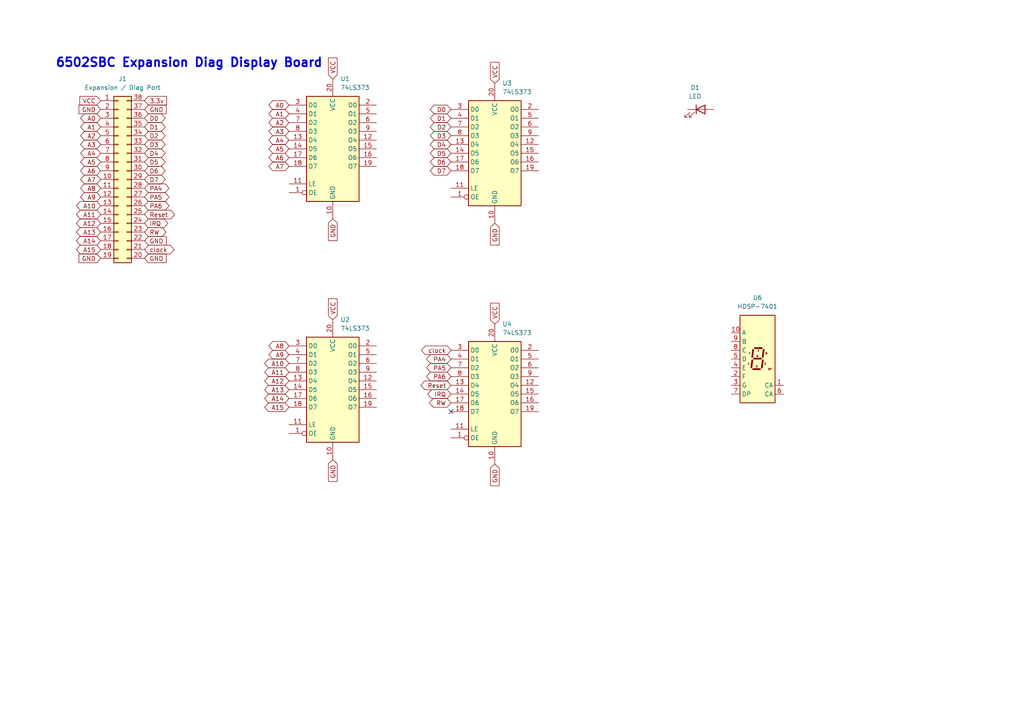
<source format=kicad_sch>
(kicad_sch
	(version 20231120)
	(generator "eeschema")
	(generator_version "8.0")
	(uuid "c7a7a6e5-638b-426c-9359-92f4a64dcbc8")
	(paper "A4")
	(lib_symbols
		(symbol "74xx:74LS373"
			(exclude_from_sim no)
			(in_bom yes)
			(on_board yes)
			(property "Reference" "U"
				(at -7.62 16.51 0)
				(effects
					(font
						(size 1.27 1.27)
					)
				)
			)
			(property "Value" "74LS373"
				(at -7.62 -16.51 0)
				(effects
					(font
						(size 1.27 1.27)
					)
				)
			)
			(property "Footprint" ""
				(at 0 0 0)
				(effects
					(font
						(size 1.27 1.27)
					)
					(hide yes)
				)
			)
			(property "Datasheet" "http://www.ti.com/lit/gpn/sn74LS373"
				(at 0 0 0)
				(effects
					(font
						(size 1.27 1.27)
					)
					(hide yes)
				)
			)
			(property "Description" "8-bit Latch, 3-state outputs"
				(at 0 0 0)
				(effects
					(font
						(size 1.27 1.27)
					)
					(hide yes)
				)
			)
			(property "ki_keywords" "TTL REG DFF DFF8 LATCH"
				(at 0 0 0)
				(effects
					(font
						(size 1.27 1.27)
					)
					(hide yes)
				)
			)
			(property "ki_fp_filters" "DIP?20* SOIC?20* SO?20* SSOP?20* TSSOP?20*"
				(at 0 0 0)
				(effects
					(font
						(size 1.27 1.27)
					)
					(hide yes)
				)
			)
			(symbol "74LS373_1_0"
				(pin input inverted
					(at -12.7 -12.7 0)
					(length 5.08)
					(name "OE"
						(effects
							(font
								(size 1.27 1.27)
							)
						)
					)
					(number "1"
						(effects
							(font
								(size 1.27 1.27)
							)
						)
					)
				)
				(pin power_in line
					(at 0 -20.32 90)
					(length 5.08)
					(name "GND"
						(effects
							(font
								(size 1.27 1.27)
							)
						)
					)
					(number "10"
						(effects
							(font
								(size 1.27 1.27)
							)
						)
					)
				)
				(pin input line
					(at -12.7 -10.16 0)
					(length 5.08)
					(name "LE"
						(effects
							(font
								(size 1.27 1.27)
							)
						)
					)
					(number "11"
						(effects
							(font
								(size 1.27 1.27)
							)
						)
					)
				)
				(pin tri_state line
					(at 12.7 2.54 180)
					(length 5.08)
					(name "O4"
						(effects
							(font
								(size 1.27 1.27)
							)
						)
					)
					(number "12"
						(effects
							(font
								(size 1.27 1.27)
							)
						)
					)
				)
				(pin input line
					(at -12.7 2.54 0)
					(length 5.08)
					(name "D4"
						(effects
							(font
								(size 1.27 1.27)
							)
						)
					)
					(number "13"
						(effects
							(font
								(size 1.27 1.27)
							)
						)
					)
				)
				(pin input line
					(at -12.7 0 0)
					(length 5.08)
					(name "D5"
						(effects
							(font
								(size 1.27 1.27)
							)
						)
					)
					(number "14"
						(effects
							(font
								(size 1.27 1.27)
							)
						)
					)
				)
				(pin tri_state line
					(at 12.7 0 180)
					(length 5.08)
					(name "O5"
						(effects
							(font
								(size 1.27 1.27)
							)
						)
					)
					(number "15"
						(effects
							(font
								(size 1.27 1.27)
							)
						)
					)
				)
				(pin tri_state line
					(at 12.7 -2.54 180)
					(length 5.08)
					(name "O6"
						(effects
							(font
								(size 1.27 1.27)
							)
						)
					)
					(number "16"
						(effects
							(font
								(size 1.27 1.27)
							)
						)
					)
				)
				(pin input line
					(at -12.7 -2.54 0)
					(length 5.08)
					(name "D6"
						(effects
							(font
								(size 1.27 1.27)
							)
						)
					)
					(number "17"
						(effects
							(font
								(size 1.27 1.27)
							)
						)
					)
				)
				(pin input line
					(at -12.7 -5.08 0)
					(length 5.08)
					(name "D7"
						(effects
							(font
								(size 1.27 1.27)
							)
						)
					)
					(number "18"
						(effects
							(font
								(size 1.27 1.27)
							)
						)
					)
				)
				(pin tri_state line
					(at 12.7 -5.08 180)
					(length 5.08)
					(name "O7"
						(effects
							(font
								(size 1.27 1.27)
							)
						)
					)
					(number "19"
						(effects
							(font
								(size 1.27 1.27)
							)
						)
					)
				)
				(pin tri_state line
					(at 12.7 12.7 180)
					(length 5.08)
					(name "O0"
						(effects
							(font
								(size 1.27 1.27)
							)
						)
					)
					(number "2"
						(effects
							(font
								(size 1.27 1.27)
							)
						)
					)
				)
				(pin power_in line
					(at 0 20.32 270)
					(length 5.08)
					(name "VCC"
						(effects
							(font
								(size 1.27 1.27)
							)
						)
					)
					(number "20"
						(effects
							(font
								(size 1.27 1.27)
							)
						)
					)
				)
				(pin input line
					(at -12.7 12.7 0)
					(length 5.08)
					(name "D0"
						(effects
							(font
								(size 1.27 1.27)
							)
						)
					)
					(number "3"
						(effects
							(font
								(size 1.27 1.27)
							)
						)
					)
				)
				(pin input line
					(at -12.7 10.16 0)
					(length 5.08)
					(name "D1"
						(effects
							(font
								(size 1.27 1.27)
							)
						)
					)
					(number "4"
						(effects
							(font
								(size 1.27 1.27)
							)
						)
					)
				)
				(pin tri_state line
					(at 12.7 10.16 180)
					(length 5.08)
					(name "O1"
						(effects
							(font
								(size 1.27 1.27)
							)
						)
					)
					(number "5"
						(effects
							(font
								(size 1.27 1.27)
							)
						)
					)
				)
				(pin tri_state line
					(at 12.7 7.62 180)
					(length 5.08)
					(name "O2"
						(effects
							(font
								(size 1.27 1.27)
							)
						)
					)
					(number "6"
						(effects
							(font
								(size 1.27 1.27)
							)
						)
					)
				)
				(pin input line
					(at -12.7 7.62 0)
					(length 5.08)
					(name "D2"
						(effects
							(font
								(size 1.27 1.27)
							)
						)
					)
					(number "7"
						(effects
							(font
								(size 1.27 1.27)
							)
						)
					)
				)
				(pin input line
					(at -12.7 5.08 0)
					(length 5.08)
					(name "D3"
						(effects
							(font
								(size 1.27 1.27)
							)
						)
					)
					(number "8"
						(effects
							(font
								(size 1.27 1.27)
							)
						)
					)
				)
				(pin tri_state line
					(at 12.7 5.08 180)
					(length 5.08)
					(name "O3"
						(effects
							(font
								(size 1.27 1.27)
							)
						)
					)
					(number "9"
						(effects
							(font
								(size 1.27 1.27)
							)
						)
					)
				)
			)
			(symbol "74LS373_1_1"
				(rectangle
					(start -7.62 15.24)
					(end 7.62 -15.24)
					(stroke
						(width 0.254)
						(type default)
					)
					(fill
						(type background)
					)
				)
			)
		)
		(symbol "Connector_Generic:Conn_02x19_Counter_Clockwise"
			(pin_names
				(offset 1.016) hide)
			(exclude_from_sim no)
			(in_bom yes)
			(on_board yes)
			(property "Reference" "J"
				(at 1.27 25.4 0)
				(effects
					(font
						(size 1.27 1.27)
					)
				)
			)
			(property "Value" "Conn_02x19_Counter_Clockwise"
				(at 1.27 -25.4 0)
				(effects
					(font
						(size 1.27 1.27)
					)
				)
			)
			(property "Footprint" ""
				(at 0 0 0)
				(effects
					(font
						(size 1.27 1.27)
					)
					(hide yes)
				)
			)
			(property "Datasheet" "~"
				(at 0 0 0)
				(effects
					(font
						(size 1.27 1.27)
					)
					(hide yes)
				)
			)
			(property "Description" "Generic connector, double row, 02x19, counter clockwise pin numbering scheme (similar to DIP package numbering), script generated (kicad-library-utils/schlib/autogen/connector/)"
				(at 0 0 0)
				(effects
					(font
						(size 1.27 1.27)
					)
					(hide yes)
				)
			)
			(property "ki_keywords" "connector"
				(at 0 0 0)
				(effects
					(font
						(size 1.27 1.27)
					)
					(hide yes)
				)
			)
			(property "ki_fp_filters" "Connector*:*_2x??_*"
				(at 0 0 0)
				(effects
					(font
						(size 1.27 1.27)
					)
					(hide yes)
				)
			)
			(symbol "Conn_02x19_Counter_Clockwise_1_1"
				(rectangle
					(start -1.27 -22.733)
					(end 0 -22.987)
					(stroke
						(width 0.1524)
						(type default)
					)
					(fill
						(type none)
					)
				)
				(rectangle
					(start -1.27 -20.193)
					(end 0 -20.447)
					(stroke
						(width 0.1524)
						(type default)
					)
					(fill
						(type none)
					)
				)
				(rectangle
					(start -1.27 -17.653)
					(end 0 -17.907)
					(stroke
						(width 0.1524)
						(type default)
					)
					(fill
						(type none)
					)
				)
				(rectangle
					(start -1.27 -15.113)
					(end 0 -15.367)
					(stroke
						(width 0.1524)
						(type default)
					)
					(fill
						(type none)
					)
				)
				(rectangle
					(start -1.27 -12.573)
					(end 0 -12.827)
					(stroke
						(width 0.1524)
						(type default)
					)
					(fill
						(type none)
					)
				)
				(rectangle
					(start -1.27 -10.033)
					(end 0 -10.287)
					(stroke
						(width 0.1524)
						(type default)
					)
					(fill
						(type none)
					)
				)
				(rectangle
					(start -1.27 -7.493)
					(end 0 -7.747)
					(stroke
						(width 0.1524)
						(type default)
					)
					(fill
						(type none)
					)
				)
				(rectangle
					(start -1.27 -4.953)
					(end 0 -5.207)
					(stroke
						(width 0.1524)
						(type default)
					)
					(fill
						(type none)
					)
				)
				(rectangle
					(start -1.27 -2.413)
					(end 0 -2.667)
					(stroke
						(width 0.1524)
						(type default)
					)
					(fill
						(type none)
					)
				)
				(rectangle
					(start -1.27 0.127)
					(end 0 -0.127)
					(stroke
						(width 0.1524)
						(type default)
					)
					(fill
						(type none)
					)
				)
				(rectangle
					(start -1.27 2.667)
					(end 0 2.413)
					(stroke
						(width 0.1524)
						(type default)
					)
					(fill
						(type none)
					)
				)
				(rectangle
					(start -1.27 5.207)
					(end 0 4.953)
					(stroke
						(width 0.1524)
						(type default)
					)
					(fill
						(type none)
					)
				)
				(rectangle
					(start -1.27 7.747)
					(end 0 7.493)
					(stroke
						(width 0.1524)
						(type default)
					)
					(fill
						(type none)
					)
				)
				(rectangle
					(start -1.27 10.287)
					(end 0 10.033)
					(stroke
						(width 0.1524)
						(type default)
					)
					(fill
						(type none)
					)
				)
				(rectangle
					(start -1.27 12.827)
					(end 0 12.573)
					(stroke
						(width 0.1524)
						(type default)
					)
					(fill
						(type none)
					)
				)
				(rectangle
					(start -1.27 15.367)
					(end 0 15.113)
					(stroke
						(width 0.1524)
						(type default)
					)
					(fill
						(type none)
					)
				)
				(rectangle
					(start -1.27 17.907)
					(end 0 17.653)
					(stroke
						(width 0.1524)
						(type default)
					)
					(fill
						(type none)
					)
				)
				(rectangle
					(start -1.27 20.447)
					(end 0 20.193)
					(stroke
						(width 0.1524)
						(type default)
					)
					(fill
						(type none)
					)
				)
				(rectangle
					(start -1.27 22.987)
					(end 0 22.733)
					(stroke
						(width 0.1524)
						(type default)
					)
					(fill
						(type none)
					)
				)
				(rectangle
					(start -1.27 24.13)
					(end 3.81 -24.13)
					(stroke
						(width 0.254)
						(type default)
					)
					(fill
						(type background)
					)
				)
				(rectangle
					(start 3.81 -22.733)
					(end 2.54 -22.987)
					(stroke
						(width 0.1524)
						(type default)
					)
					(fill
						(type none)
					)
				)
				(rectangle
					(start 3.81 -20.193)
					(end 2.54 -20.447)
					(stroke
						(width 0.1524)
						(type default)
					)
					(fill
						(type none)
					)
				)
				(rectangle
					(start 3.81 -17.653)
					(end 2.54 -17.907)
					(stroke
						(width 0.1524)
						(type default)
					)
					(fill
						(type none)
					)
				)
				(rectangle
					(start 3.81 -15.113)
					(end 2.54 -15.367)
					(stroke
						(width 0.1524)
						(type default)
					)
					(fill
						(type none)
					)
				)
				(rectangle
					(start 3.81 -12.573)
					(end 2.54 -12.827)
					(stroke
						(width 0.1524)
						(type default)
					)
					(fill
						(type none)
					)
				)
				(rectangle
					(start 3.81 -10.033)
					(end 2.54 -10.287)
					(stroke
						(width 0.1524)
						(type default)
					)
					(fill
						(type none)
					)
				)
				(rectangle
					(start 3.81 -7.493)
					(end 2.54 -7.747)
					(stroke
						(width 0.1524)
						(type default)
					)
					(fill
						(type none)
					)
				)
				(rectangle
					(start 3.81 -4.953)
					(end 2.54 -5.207)
					(stroke
						(width 0.1524)
						(type default)
					)
					(fill
						(type none)
					)
				)
				(rectangle
					(start 3.81 -2.413)
					(end 2.54 -2.667)
					(stroke
						(width 0.1524)
						(type default)
					)
					(fill
						(type none)
					)
				)
				(rectangle
					(start 3.81 0.127)
					(end 2.54 -0.127)
					(stroke
						(width 0.1524)
						(type default)
					)
					(fill
						(type none)
					)
				)
				(rectangle
					(start 3.81 2.667)
					(end 2.54 2.413)
					(stroke
						(width 0.1524)
						(type default)
					)
					(fill
						(type none)
					)
				)
				(rectangle
					(start 3.81 5.207)
					(end 2.54 4.953)
					(stroke
						(width 0.1524)
						(type default)
					)
					(fill
						(type none)
					)
				)
				(rectangle
					(start 3.81 7.747)
					(end 2.54 7.493)
					(stroke
						(width 0.1524)
						(type default)
					)
					(fill
						(type none)
					)
				)
				(rectangle
					(start 3.81 10.287)
					(end 2.54 10.033)
					(stroke
						(width 0.1524)
						(type default)
					)
					(fill
						(type none)
					)
				)
				(rectangle
					(start 3.81 12.827)
					(end 2.54 12.573)
					(stroke
						(width 0.1524)
						(type default)
					)
					(fill
						(type none)
					)
				)
				(rectangle
					(start 3.81 15.367)
					(end 2.54 15.113)
					(stroke
						(width 0.1524)
						(type default)
					)
					(fill
						(type none)
					)
				)
				(rectangle
					(start 3.81 17.907)
					(end 2.54 17.653)
					(stroke
						(width 0.1524)
						(type default)
					)
					(fill
						(type none)
					)
				)
				(rectangle
					(start 3.81 20.447)
					(end 2.54 20.193)
					(stroke
						(width 0.1524)
						(type default)
					)
					(fill
						(type none)
					)
				)
				(rectangle
					(start 3.81 22.987)
					(end 2.54 22.733)
					(stroke
						(width 0.1524)
						(type default)
					)
					(fill
						(type none)
					)
				)
				(pin passive line
					(at -5.08 22.86 0)
					(length 3.81)
					(name "Pin_1"
						(effects
							(font
								(size 1.27 1.27)
							)
						)
					)
					(number "1"
						(effects
							(font
								(size 1.27 1.27)
							)
						)
					)
				)
				(pin passive line
					(at -5.08 0 0)
					(length 3.81)
					(name "Pin_10"
						(effects
							(font
								(size 1.27 1.27)
							)
						)
					)
					(number "10"
						(effects
							(font
								(size 1.27 1.27)
							)
						)
					)
				)
				(pin passive line
					(at -5.08 -2.54 0)
					(length 3.81)
					(name "Pin_11"
						(effects
							(font
								(size 1.27 1.27)
							)
						)
					)
					(number "11"
						(effects
							(font
								(size 1.27 1.27)
							)
						)
					)
				)
				(pin passive line
					(at -5.08 -5.08 0)
					(length 3.81)
					(name "Pin_12"
						(effects
							(font
								(size 1.27 1.27)
							)
						)
					)
					(number "12"
						(effects
							(font
								(size 1.27 1.27)
							)
						)
					)
				)
				(pin passive line
					(at -5.08 -7.62 0)
					(length 3.81)
					(name "Pin_13"
						(effects
							(font
								(size 1.27 1.27)
							)
						)
					)
					(number "13"
						(effects
							(font
								(size 1.27 1.27)
							)
						)
					)
				)
				(pin passive line
					(at -5.08 -10.16 0)
					(length 3.81)
					(name "Pin_14"
						(effects
							(font
								(size 1.27 1.27)
							)
						)
					)
					(number "14"
						(effects
							(font
								(size 1.27 1.27)
							)
						)
					)
				)
				(pin passive line
					(at -5.08 -12.7 0)
					(length 3.81)
					(name "Pin_15"
						(effects
							(font
								(size 1.27 1.27)
							)
						)
					)
					(number "15"
						(effects
							(font
								(size 1.27 1.27)
							)
						)
					)
				)
				(pin passive line
					(at -5.08 -15.24 0)
					(length 3.81)
					(name "Pin_16"
						(effects
							(font
								(size 1.27 1.27)
							)
						)
					)
					(number "16"
						(effects
							(font
								(size 1.27 1.27)
							)
						)
					)
				)
				(pin passive line
					(at -5.08 -17.78 0)
					(length 3.81)
					(name "Pin_17"
						(effects
							(font
								(size 1.27 1.27)
							)
						)
					)
					(number "17"
						(effects
							(font
								(size 1.27 1.27)
							)
						)
					)
				)
				(pin passive line
					(at -5.08 -20.32 0)
					(length 3.81)
					(name "Pin_18"
						(effects
							(font
								(size 1.27 1.27)
							)
						)
					)
					(number "18"
						(effects
							(font
								(size 1.27 1.27)
							)
						)
					)
				)
				(pin passive line
					(at -5.08 -22.86 0)
					(length 3.81)
					(name "Pin_19"
						(effects
							(font
								(size 1.27 1.27)
							)
						)
					)
					(number "19"
						(effects
							(font
								(size 1.27 1.27)
							)
						)
					)
				)
				(pin passive line
					(at -5.08 20.32 0)
					(length 3.81)
					(name "Pin_2"
						(effects
							(font
								(size 1.27 1.27)
							)
						)
					)
					(number "2"
						(effects
							(font
								(size 1.27 1.27)
							)
						)
					)
				)
				(pin passive line
					(at 7.62 -22.86 180)
					(length 3.81)
					(name "Pin_20"
						(effects
							(font
								(size 1.27 1.27)
							)
						)
					)
					(number "20"
						(effects
							(font
								(size 1.27 1.27)
							)
						)
					)
				)
				(pin passive line
					(at 7.62 -20.32 180)
					(length 3.81)
					(name "Pin_21"
						(effects
							(font
								(size 1.27 1.27)
							)
						)
					)
					(number "21"
						(effects
							(font
								(size 1.27 1.27)
							)
						)
					)
				)
				(pin passive line
					(at 7.62 -17.78 180)
					(length 3.81)
					(name "Pin_22"
						(effects
							(font
								(size 1.27 1.27)
							)
						)
					)
					(number "22"
						(effects
							(font
								(size 1.27 1.27)
							)
						)
					)
				)
				(pin passive line
					(at 7.62 -15.24 180)
					(length 3.81)
					(name "Pin_23"
						(effects
							(font
								(size 1.27 1.27)
							)
						)
					)
					(number "23"
						(effects
							(font
								(size 1.27 1.27)
							)
						)
					)
				)
				(pin passive line
					(at 7.62 -12.7 180)
					(length 3.81)
					(name "Pin_24"
						(effects
							(font
								(size 1.27 1.27)
							)
						)
					)
					(number "24"
						(effects
							(font
								(size 1.27 1.27)
							)
						)
					)
				)
				(pin passive line
					(at 7.62 -10.16 180)
					(length 3.81)
					(name "Pin_25"
						(effects
							(font
								(size 1.27 1.27)
							)
						)
					)
					(number "25"
						(effects
							(font
								(size 1.27 1.27)
							)
						)
					)
				)
				(pin passive line
					(at 7.62 -7.62 180)
					(length 3.81)
					(name "Pin_26"
						(effects
							(font
								(size 1.27 1.27)
							)
						)
					)
					(number "26"
						(effects
							(font
								(size 1.27 1.27)
							)
						)
					)
				)
				(pin passive line
					(at 7.62 -5.08 180)
					(length 3.81)
					(name "Pin_27"
						(effects
							(font
								(size 1.27 1.27)
							)
						)
					)
					(number "27"
						(effects
							(font
								(size 1.27 1.27)
							)
						)
					)
				)
				(pin passive line
					(at 7.62 -2.54 180)
					(length 3.81)
					(name "Pin_28"
						(effects
							(font
								(size 1.27 1.27)
							)
						)
					)
					(number "28"
						(effects
							(font
								(size 1.27 1.27)
							)
						)
					)
				)
				(pin passive line
					(at 7.62 0 180)
					(length 3.81)
					(name "Pin_29"
						(effects
							(font
								(size 1.27 1.27)
							)
						)
					)
					(number "29"
						(effects
							(font
								(size 1.27 1.27)
							)
						)
					)
				)
				(pin passive line
					(at -5.08 17.78 0)
					(length 3.81)
					(name "Pin_3"
						(effects
							(font
								(size 1.27 1.27)
							)
						)
					)
					(number "3"
						(effects
							(font
								(size 1.27 1.27)
							)
						)
					)
				)
				(pin passive line
					(at 7.62 2.54 180)
					(length 3.81)
					(name "Pin_30"
						(effects
							(font
								(size 1.27 1.27)
							)
						)
					)
					(number "30"
						(effects
							(font
								(size 1.27 1.27)
							)
						)
					)
				)
				(pin passive line
					(at 7.62 5.08 180)
					(length 3.81)
					(name "Pin_31"
						(effects
							(font
								(size 1.27 1.27)
							)
						)
					)
					(number "31"
						(effects
							(font
								(size 1.27 1.27)
							)
						)
					)
				)
				(pin passive line
					(at 7.62 7.62 180)
					(length 3.81)
					(name "Pin_32"
						(effects
							(font
								(size 1.27 1.27)
							)
						)
					)
					(number "32"
						(effects
							(font
								(size 1.27 1.27)
							)
						)
					)
				)
				(pin passive line
					(at 7.62 10.16 180)
					(length 3.81)
					(name "Pin_33"
						(effects
							(font
								(size 1.27 1.27)
							)
						)
					)
					(number "33"
						(effects
							(font
								(size 1.27 1.27)
							)
						)
					)
				)
				(pin passive line
					(at 7.62 12.7 180)
					(length 3.81)
					(name "Pin_34"
						(effects
							(font
								(size 1.27 1.27)
							)
						)
					)
					(number "34"
						(effects
							(font
								(size 1.27 1.27)
							)
						)
					)
				)
				(pin passive line
					(at 7.62 15.24 180)
					(length 3.81)
					(name "Pin_35"
						(effects
							(font
								(size 1.27 1.27)
							)
						)
					)
					(number "35"
						(effects
							(font
								(size 1.27 1.27)
							)
						)
					)
				)
				(pin passive line
					(at 7.62 17.78 180)
					(length 3.81)
					(name "Pin_36"
						(effects
							(font
								(size 1.27 1.27)
							)
						)
					)
					(number "36"
						(effects
							(font
								(size 1.27 1.27)
							)
						)
					)
				)
				(pin passive line
					(at 7.62 20.32 180)
					(length 3.81)
					(name "Pin_37"
						(effects
							(font
								(size 1.27 1.27)
							)
						)
					)
					(number "37"
						(effects
							(font
								(size 1.27 1.27)
							)
						)
					)
				)
				(pin passive line
					(at 7.62 22.86 180)
					(length 3.81)
					(name "Pin_38"
						(effects
							(font
								(size 1.27 1.27)
							)
						)
					)
					(number "38"
						(effects
							(font
								(size 1.27 1.27)
							)
						)
					)
				)
				(pin passive line
					(at -5.08 15.24 0)
					(length 3.81)
					(name "Pin_4"
						(effects
							(font
								(size 1.27 1.27)
							)
						)
					)
					(number "4"
						(effects
							(font
								(size 1.27 1.27)
							)
						)
					)
				)
				(pin passive line
					(at -5.08 12.7 0)
					(length 3.81)
					(name "Pin_5"
						(effects
							(font
								(size 1.27 1.27)
							)
						)
					)
					(number "5"
						(effects
							(font
								(size 1.27 1.27)
							)
						)
					)
				)
				(pin passive line
					(at -5.08 10.16 0)
					(length 3.81)
					(name "Pin_6"
						(effects
							(font
								(size 1.27 1.27)
							)
						)
					)
					(number "6"
						(effects
							(font
								(size 1.27 1.27)
							)
						)
					)
				)
				(pin passive line
					(at -5.08 7.62 0)
					(length 3.81)
					(name "Pin_7"
						(effects
							(font
								(size 1.27 1.27)
							)
						)
					)
					(number "7"
						(effects
							(font
								(size 1.27 1.27)
							)
						)
					)
				)
				(pin passive line
					(at -5.08 5.08 0)
					(length 3.81)
					(name "Pin_8"
						(effects
							(font
								(size 1.27 1.27)
							)
						)
					)
					(number "8"
						(effects
							(font
								(size 1.27 1.27)
							)
						)
					)
				)
				(pin passive line
					(at -5.08 2.54 0)
					(length 3.81)
					(name "Pin_9"
						(effects
							(font
								(size 1.27 1.27)
							)
						)
					)
					(number "9"
						(effects
							(font
								(size 1.27 1.27)
							)
						)
					)
				)
			)
		)
		(symbol "Device:LED"
			(pin_numbers hide)
			(pin_names
				(offset 1.016) hide)
			(exclude_from_sim no)
			(in_bom yes)
			(on_board yes)
			(property "Reference" "D"
				(at 0 2.54 0)
				(effects
					(font
						(size 1.27 1.27)
					)
				)
			)
			(property "Value" "LED"
				(at 0 -2.54 0)
				(effects
					(font
						(size 1.27 1.27)
					)
				)
			)
			(property "Footprint" ""
				(at 0 0 0)
				(effects
					(font
						(size 1.27 1.27)
					)
					(hide yes)
				)
			)
			(property "Datasheet" "~"
				(at 0 0 0)
				(effects
					(font
						(size 1.27 1.27)
					)
					(hide yes)
				)
			)
			(property "Description" "Light emitting diode"
				(at 0 0 0)
				(effects
					(font
						(size 1.27 1.27)
					)
					(hide yes)
				)
			)
			(property "ki_keywords" "LED diode"
				(at 0 0 0)
				(effects
					(font
						(size 1.27 1.27)
					)
					(hide yes)
				)
			)
			(property "ki_fp_filters" "LED* LED_SMD:* LED_THT:*"
				(at 0 0 0)
				(effects
					(font
						(size 1.27 1.27)
					)
					(hide yes)
				)
			)
			(symbol "LED_0_1"
				(polyline
					(pts
						(xy -1.27 -1.27) (xy -1.27 1.27)
					)
					(stroke
						(width 0.254)
						(type default)
					)
					(fill
						(type none)
					)
				)
				(polyline
					(pts
						(xy -1.27 0) (xy 1.27 0)
					)
					(stroke
						(width 0)
						(type default)
					)
					(fill
						(type none)
					)
				)
				(polyline
					(pts
						(xy 1.27 -1.27) (xy 1.27 1.27) (xy -1.27 0) (xy 1.27 -1.27)
					)
					(stroke
						(width 0.254)
						(type default)
					)
					(fill
						(type none)
					)
				)
				(polyline
					(pts
						(xy -3.048 -0.762) (xy -4.572 -2.286) (xy -3.81 -2.286) (xy -4.572 -2.286) (xy -4.572 -1.524)
					)
					(stroke
						(width 0)
						(type default)
					)
					(fill
						(type none)
					)
				)
				(polyline
					(pts
						(xy -1.778 -0.762) (xy -3.302 -2.286) (xy -2.54 -2.286) (xy -3.302 -2.286) (xy -3.302 -1.524)
					)
					(stroke
						(width 0)
						(type default)
					)
					(fill
						(type none)
					)
				)
			)
			(symbol "LED_1_1"
				(pin passive line
					(at -3.81 0 0)
					(length 2.54)
					(name "K"
						(effects
							(font
								(size 1.27 1.27)
							)
						)
					)
					(number "1"
						(effects
							(font
								(size 1.27 1.27)
							)
						)
					)
				)
				(pin passive line
					(at 3.81 0 180)
					(length 2.54)
					(name "A"
						(effects
							(font
								(size 1.27 1.27)
							)
						)
					)
					(number "2"
						(effects
							(font
								(size 1.27 1.27)
							)
						)
					)
				)
			)
		)
		(symbol "Display_Character:HDSP-7401"
			(exclude_from_sim no)
			(in_bom yes)
			(on_board yes)
			(property "Reference" "U"
				(at -3.81 13.97 0)
				(effects
					(font
						(size 1.27 1.27)
					)
				)
			)
			(property "Value" "HDSP-7401"
				(at 6.35 13.97 0)
				(effects
					(font
						(size 1.27 1.27)
					)
				)
			)
			(property "Footprint" "Display_7Segment:HDSP-7401"
				(at 0 -13.97 0)
				(effects
					(font
						(size 1.27 1.27)
					)
					(hide yes)
				)
			)
			(property "Datasheet" "https://docs.broadcom.com/docs/AV02-2553EN"
				(at 0 0 0)
				(effects
					(font
						(size 1.27 1.27)
					)
					(hide yes)
				)
			)
			(property "Description" "One digit 7 segment yellow, common anode"
				(at 0 0 0)
				(effects
					(font
						(size 1.27 1.27)
					)
					(hide yes)
				)
			)
			(property "ki_keywords" "display LED 7-segment"
				(at 0 0 0)
				(effects
					(font
						(size 1.27 1.27)
					)
					(hide yes)
				)
			)
			(property "ki_fp_filters" "HDSP?7401*"
				(at 0 0 0)
				(effects
					(font
						(size 1.27 1.27)
					)
					(hide yes)
				)
			)
			(symbol "HDSP-7401_1_0"
				(text "A"
					(at 0.254 2.413 0)
					(effects
						(font
							(size 0.508 0.508)
						)
					)
				)
				(text "B"
					(at 2.54 1.651 0)
					(effects
						(font
							(size 0.508 0.508)
						)
					)
				)
				(text "C"
					(at 2.286 -1.397 0)
					(effects
						(font
							(size 0.508 0.508)
						)
					)
				)
				(text "D"
					(at -0.254 -2.159 0)
					(effects
						(font
							(size 0.508 0.508)
						)
					)
				)
				(text "DP"
					(at 3.556 -2.921 0)
					(effects
						(font
							(size 0.508 0.508)
						)
					)
				)
				(text "E"
					(at -2.54 -1.397 0)
					(effects
						(font
							(size 0.508 0.508)
						)
					)
				)
				(text "F"
					(at -2.286 1.651 0)
					(effects
						(font
							(size 0.508 0.508)
						)
					)
				)
				(text "G"
					(at 0 0.889 0)
					(effects
						(font
							(size 0.508 0.508)
						)
					)
				)
			)
			(symbol "HDSP-7401_1_1"
				(rectangle
					(start -5.08 12.7)
					(end 5.08 -12.7)
					(stroke
						(width 0.254)
						(type default)
					)
					(fill
						(type background)
					)
				)
				(polyline
					(pts
						(xy -1.524 -0.381) (xy -1.778 -2.413)
					)
					(stroke
						(width 0.508)
						(type default)
					)
					(fill
						(type none)
					)
				)
				(polyline
					(pts
						(xy -1.27 -2.921) (xy 0.762 -2.921)
					)
					(stroke
						(width 0.508)
						(type default)
					)
					(fill
						(type none)
					)
				)
				(polyline
					(pts
						(xy -1.27 2.667) (xy -1.524 0.635)
					)
					(stroke
						(width 0.508)
						(type default)
					)
					(fill
						(type none)
					)
				)
				(polyline
					(pts
						(xy -1.016 0.127) (xy 1.016 0.127)
					)
					(stroke
						(width 0.508)
						(type default)
					)
					(fill
						(type none)
					)
				)
				(polyline
					(pts
						(xy -0.762 3.175) (xy 1.27 3.175)
					)
					(stroke
						(width 0.508)
						(type default)
					)
					(fill
						(type none)
					)
				)
				(polyline
					(pts
						(xy 1.524 -0.381) (xy 1.27 -2.413)
					)
					(stroke
						(width 0.508)
						(type default)
					)
					(fill
						(type none)
					)
				)
				(polyline
					(pts
						(xy 1.778 2.667) (xy 1.524 0.635)
					)
					(stroke
						(width 0.508)
						(type default)
					)
					(fill
						(type none)
					)
				)
				(polyline
					(pts
						(xy 2.54 -2.921) (xy 2.54 -2.921)
					)
					(stroke
						(width 0.508)
						(type default)
					)
					(fill
						(type none)
					)
				)
				(pin input line
					(at 7.62 -7.62 180)
					(length 2.54)
					(name "CA"
						(effects
							(font
								(size 1.27 1.27)
							)
						)
					)
					(number "1"
						(effects
							(font
								(size 1.27 1.27)
							)
						)
					)
				)
				(pin input line
					(at -7.62 7.62 0)
					(length 2.54)
					(name "A"
						(effects
							(font
								(size 1.27 1.27)
							)
						)
					)
					(number "10"
						(effects
							(font
								(size 1.27 1.27)
							)
						)
					)
				)
				(pin input line
					(at -7.62 -5.08 0)
					(length 2.54)
					(name "F"
						(effects
							(font
								(size 1.27 1.27)
							)
						)
					)
					(number "2"
						(effects
							(font
								(size 1.27 1.27)
							)
						)
					)
				)
				(pin input line
					(at -7.62 -7.62 0)
					(length 2.54)
					(name "G"
						(effects
							(font
								(size 1.27 1.27)
							)
						)
					)
					(number "3"
						(effects
							(font
								(size 1.27 1.27)
							)
						)
					)
				)
				(pin input line
					(at -7.62 -2.54 0)
					(length 2.54)
					(name "E"
						(effects
							(font
								(size 1.27 1.27)
							)
						)
					)
					(number "4"
						(effects
							(font
								(size 1.27 1.27)
							)
						)
					)
				)
				(pin input line
					(at -7.62 0 0)
					(length 2.54)
					(name "D"
						(effects
							(font
								(size 1.27 1.27)
							)
						)
					)
					(number "5"
						(effects
							(font
								(size 1.27 1.27)
							)
						)
					)
				)
				(pin input line
					(at 7.62 -10.16 180)
					(length 2.54)
					(name "CA"
						(effects
							(font
								(size 1.27 1.27)
							)
						)
					)
					(number "6"
						(effects
							(font
								(size 1.27 1.27)
							)
						)
					)
				)
				(pin input line
					(at -7.62 -10.16 0)
					(length 2.54)
					(name "DP"
						(effects
							(font
								(size 1.27 1.27)
							)
						)
					)
					(number "7"
						(effects
							(font
								(size 1.27 1.27)
							)
						)
					)
				)
				(pin input line
					(at -7.62 2.54 0)
					(length 2.54)
					(name "C"
						(effects
							(font
								(size 1.27 1.27)
							)
						)
					)
					(number "8"
						(effects
							(font
								(size 1.27 1.27)
							)
						)
					)
				)
				(pin input line
					(at -7.62 5.08 0)
					(length 2.54)
					(name "B"
						(effects
							(font
								(size 1.27 1.27)
							)
						)
					)
					(number "9"
						(effects
							(font
								(size 1.27 1.27)
							)
						)
					)
				)
			)
		)
	)
	(no_connect
		(at 130.81 119.38)
		(uuid "c0c594b7-559f-4b84-a85b-e1b1de9c942e")
	)
	(text "6502SBC Expansion Diag Display Board"
		(exclude_from_sim no)
		(at 54.864 18.288 0)
		(effects
			(font
				(size 2.54 2.54)
				(thickness 0.508)
				(bold yes)
			)
		)
		(uuid "9549b9d1-18a7-421f-86d4-7be9901b5b2f")
	)
	(global_label "A2"
		(shape bidirectional)
		(at 83.82 35.56 180)
		(fields_autoplaced yes)
		(effects
			(font
				(size 1.27 1.27)
			)
			(justify right)
		)
		(uuid "03c0b085-ab4f-44be-83a9-9f6c4abcc5be")
		(property "Intersheetrefs" "${INTERSHEET_REFS}"
			(at 77.4254 35.56 0)
			(effects
				(font
					(size 1.27 1.27)
				)
				(justify right)
				(hide yes)
			)
		)
	)
	(global_label "A6"
		(shape bidirectional)
		(at 83.82 45.72 180)
		(fields_autoplaced yes)
		(effects
			(font
				(size 1.27 1.27)
			)
			(justify right)
		)
		(uuid "055e4f63-4660-477a-a8ec-132255585f2d")
		(property "Intersheetrefs" "${INTERSHEET_REFS}"
			(at 77.4254 45.72 0)
			(effects
				(font
					(size 1.27 1.27)
				)
				(justify right)
				(hide yes)
			)
		)
	)
	(global_label "A0"
		(shape bidirectional)
		(at 83.82 30.48 180)
		(fields_autoplaced yes)
		(effects
			(font
				(size 1.27 1.27)
			)
			(justify right)
		)
		(uuid "0dcce680-9375-40bd-b589-00fd43c7d75e")
		(property "Intersheetrefs" "${INTERSHEET_REFS}"
			(at 77.4254 30.48 0)
			(effects
				(font
					(size 1.27 1.27)
				)
				(justify right)
				(hide yes)
			)
		)
	)
	(global_label "D7"
		(shape bidirectional)
		(at 130.81 49.53 180)
		(fields_autoplaced yes)
		(effects
			(font
				(size 1.27 1.27)
			)
			(justify right)
		)
		(uuid "104691e4-2664-4c57-a9e5-f7e31b098ab9")
		(property "Intersheetrefs" "${INTERSHEET_REFS}"
			(at 124.234 49.53 0)
			(effects
				(font
					(size 1.27 1.27)
				)
				(justify right)
				(hide yes)
			)
		)
	)
	(global_label "A11"
		(shape bidirectional)
		(at 83.82 107.95 180)
		(fields_autoplaced yes)
		(effects
			(font
				(size 1.27 1.27)
			)
			(justify right)
		)
		(uuid "11926a86-4fe5-4162-a4e4-bc3e7d46bacf")
		(property "Intersheetrefs" "${INTERSHEET_REFS}"
			(at 76.2159 107.95 0)
			(effects
				(font
					(size 1.27 1.27)
				)
				(justify right)
				(hide yes)
			)
		)
	)
	(global_label "IRQ"
		(shape bidirectional)
		(at 130.81 114.3 180)
		(fields_autoplaced yes)
		(effects
			(font
				(size 1.27 1.27)
			)
			(justify right)
		)
		(uuid "11af00b6-a59c-4a0a-8af5-574112330b17")
		(property "Intersheetrefs" "${INTERSHEET_REFS}"
			(at 123.5082 114.3 0)
			(effects
				(font
					(size 1.27 1.27)
				)
				(justify right)
				(hide yes)
			)
		)
	)
	(global_label "D6"
		(shape bidirectional)
		(at 41.91 49.53 0)
		(fields_autoplaced yes)
		(effects
			(font
				(size 1.27 1.27)
			)
			(justify left)
		)
		(uuid "11e9ffdc-c6dd-4d22-95af-15eff3487e01")
		(property "Intersheetrefs" "${INTERSHEET_REFS}"
			(at 48.486 49.53 0)
			(effects
				(font
					(size 1.27 1.27)
				)
				(justify left)
				(hide yes)
			)
		)
	)
	(global_label "D6"
		(shape bidirectional)
		(at 130.81 46.99 180)
		(fields_autoplaced yes)
		(effects
			(font
				(size 1.27 1.27)
			)
			(justify right)
		)
		(uuid "181279ba-b4ce-4e8a-9c0c-02b605b80603")
		(property "Intersheetrefs" "${INTERSHEET_REFS}"
			(at 124.234 46.99 0)
			(effects
				(font
					(size 1.27 1.27)
				)
				(justify right)
				(hide yes)
			)
		)
	)
	(global_label "VCC"
		(shape input)
		(at 96.52 22.86 90)
		(fields_autoplaced yes)
		(effects
			(font
				(size 1.27 1.27)
			)
			(justify left)
		)
		(uuid "1acc188f-71a9-4f9d-afd8-0b5a19e45e54")
		(property "Intersheetrefs" "${INTERSHEET_REFS}"
			(at 96.52 16.2462 90)
			(effects
				(font
					(size 1.27 1.27)
				)
				(justify left)
				(hide yes)
			)
		)
	)
	(global_label "GND"
		(shape input)
		(at 96.52 133.35 270)
		(fields_autoplaced yes)
		(effects
			(font
				(size 1.27 1.27)
			)
			(justify right)
		)
		(uuid "1b535d02-a6fb-4ae5-956e-2a09c5ea61b7")
		(property "Intersheetrefs" "${INTERSHEET_REFS}"
			(at 96.52 140.2057 90)
			(effects
				(font
					(size 1.27 1.27)
				)
				(justify right)
				(hide yes)
			)
		)
	)
	(global_label "A15"
		(shape bidirectional)
		(at 83.82 118.11 180)
		(fields_autoplaced yes)
		(effects
			(font
				(size 1.27 1.27)
			)
			(justify right)
		)
		(uuid "1cb18fd6-5f6a-4775-a8f8-23c5e8118915")
		(property "Intersheetrefs" "${INTERSHEET_REFS}"
			(at 76.2159 118.11 0)
			(effects
				(font
					(size 1.27 1.27)
				)
				(justify right)
				(hide yes)
			)
		)
	)
	(global_label "VCC"
		(shape input)
		(at 143.51 93.98 90)
		(fields_autoplaced yes)
		(effects
			(font
				(size 1.27 1.27)
			)
			(justify left)
		)
		(uuid "1e9915b5-caa5-4dc4-a25b-4503e50aaabc")
		(property "Intersheetrefs" "${INTERSHEET_REFS}"
			(at 143.51 87.3662 90)
			(effects
				(font
					(size 1.27 1.27)
				)
				(justify left)
				(hide yes)
			)
		)
	)
	(global_label "A4"
		(shape bidirectional)
		(at 29.21 44.45 180)
		(fields_autoplaced yes)
		(effects
			(font
				(size 1.27 1.27)
			)
			(justify right)
		)
		(uuid "2183bc32-774a-4c30-ba08-ecfab603109f")
		(property "Intersheetrefs" "${INTERSHEET_REFS}"
			(at 22.8154 44.45 0)
			(effects
				(font
					(size 1.27 1.27)
				)
				(justify right)
				(hide yes)
			)
		)
	)
	(global_label "A5"
		(shape bidirectional)
		(at 29.21 46.99 180)
		(fields_autoplaced yes)
		(effects
			(font
				(size 1.27 1.27)
			)
			(justify right)
		)
		(uuid "24d0b553-6b51-4860-803f-31c6909e0855")
		(property "Intersheetrefs" "${INTERSHEET_REFS}"
			(at 22.8154 46.99 0)
			(effects
				(font
					(size 1.27 1.27)
				)
				(justify right)
				(hide yes)
			)
		)
	)
	(global_label "A1"
		(shape bidirectional)
		(at 29.21 36.83 180)
		(fields_autoplaced yes)
		(effects
			(font
				(size 1.27 1.27)
			)
			(justify right)
		)
		(uuid "2ba51c24-36da-4fd7-94b1-cdce4707acfb")
		(property "Intersheetrefs" "${INTERSHEET_REFS}"
			(at 22.8154 36.83 0)
			(effects
				(font
					(size 1.27 1.27)
				)
				(justify right)
				(hide yes)
			)
		)
	)
	(global_label "D4"
		(shape bidirectional)
		(at 130.81 41.91 180)
		(fields_autoplaced yes)
		(effects
			(font
				(size 1.27 1.27)
			)
			(justify right)
		)
		(uuid "2f6542c7-17d2-48b8-93e2-b1b2d7a8624b")
		(property "Intersheetrefs" "${INTERSHEET_REFS}"
			(at 124.234 41.91 0)
			(effects
				(font
					(size 1.27 1.27)
				)
				(justify right)
				(hide yes)
			)
		)
	)
	(global_label "PA5"
		(shape bidirectional)
		(at 130.81 106.68 180)
		(fields_autoplaced yes)
		(effects
			(font
				(size 1.27 1.27)
			)
			(justify right)
		)
		(uuid "30f336c1-bf37-4648-b71a-298a36936f23")
		(property "Intersheetrefs" "${INTERSHEET_REFS}"
			(at 123.1454 106.68 0)
			(effects
				(font
					(size 1.27 1.27)
				)
				(justify right)
				(hide yes)
			)
		)
	)
	(global_label "A14"
		(shape bidirectional)
		(at 83.82 115.57 180)
		(fields_autoplaced yes)
		(effects
			(font
				(size 1.27 1.27)
			)
			(justify right)
		)
		(uuid "3375c5b0-3fba-482a-bfc6-2e16e6b22334")
		(property "Intersheetrefs" "${INTERSHEET_REFS}"
			(at 76.2159 115.57 0)
			(effects
				(font
					(size 1.27 1.27)
				)
				(justify right)
				(hide yes)
			)
		)
	)
	(global_label "Reset"
		(shape bidirectional)
		(at 41.91 62.23 0)
		(fields_autoplaced yes)
		(effects
			(font
				(size 1.27 1.27)
			)
			(justify left)
		)
		(uuid "40c4f939-e403-4dcd-b687-4132a0d7c270")
		(property "Intersheetrefs" "${INTERSHEET_REFS}"
			(at 51.2075 62.23 0)
			(effects
				(font
					(size 1.27 1.27)
				)
				(justify left)
				(hide yes)
			)
		)
	)
	(global_label "PA4"
		(shape bidirectional)
		(at 130.81 104.14 180)
		(fields_autoplaced yes)
		(effects
			(font
				(size 1.27 1.27)
			)
			(justify right)
		)
		(uuid "441b1fe7-3572-4abe-8a03-ca2e0f272467")
		(property "Intersheetrefs" "${INTERSHEET_REFS}"
			(at 123.1454 104.14 0)
			(effects
				(font
					(size 1.27 1.27)
				)
				(justify right)
				(hide yes)
			)
		)
	)
	(global_label "A10"
		(shape bidirectional)
		(at 83.82 105.41 180)
		(fields_autoplaced yes)
		(effects
			(font
				(size 1.27 1.27)
			)
			(justify right)
		)
		(uuid "4593832e-1448-4191-9794-f16c727b8852")
		(property "Intersheetrefs" "${INTERSHEET_REFS}"
			(at 76.2159 105.41 0)
			(effects
				(font
					(size 1.27 1.27)
				)
				(justify right)
				(hide yes)
			)
		)
	)
	(global_label "PA6"
		(shape bidirectional)
		(at 130.81 109.22 180)
		(fields_autoplaced yes)
		(effects
			(font
				(size 1.27 1.27)
			)
			(justify right)
		)
		(uuid "469d4d02-b546-4abc-80f9-49b252ac95bf")
		(property "Intersheetrefs" "${INTERSHEET_REFS}"
			(at 123.1454 109.22 0)
			(effects
				(font
					(size 1.27 1.27)
				)
				(justify right)
				(hide yes)
			)
		)
	)
	(global_label "A2"
		(shape bidirectional)
		(at 29.21 39.37 180)
		(fields_autoplaced yes)
		(effects
			(font
				(size 1.27 1.27)
			)
			(justify right)
		)
		(uuid "4aa8b396-4854-454c-a17a-0c22e2258a70")
		(property "Intersheetrefs" "${INTERSHEET_REFS}"
			(at 22.8154 39.37 0)
			(effects
				(font
					(size 1.27 1.27)
				)
				(justify right)
				(hide yes)
			)
		)
	)
	(global_label "A3"
		(shape bidirectional)
		(at 29.21 41.91 180)
		(fields_autoplaced yes)
		(effects
			(font
				(size 1.27 1.27)
			)
			(justify right)
		)
		(uuid "58bfdb42-c268-43c4-b3aa-135ab5e1e433")
		(property "Intersheetrefs" "${INTERSHEET_REFS}"
			(at 22.8154 41.91 0)
			(effects
				(font
					(size 1.27 1.27)
				)
				(justify right)
				(hide yes)
			)
		)
	)
	(global_label "A8"
		(shape bidirectional)
		(at 29.21 54.61 180)
		(fields_autoplaced yes)
		(effects
			(font
				(size 1.27 1.27)
			)
			(justify right)
		)
		(uuid "603261e9-a141-471a-905d-13d8b7da3b54")
		(property "Intersheetrefs" "${INTERSHEET_REFS}"
			(at 22.8154 54.61 0)
			(effects
				(font
					(size 1.27 1.27)
				)
				(justify right)
				(hide yes)
			)
		)
	)
	(global_label "D1"
		(shape bidirectional)
		(at 130.81 34.29 180)
		(fields_autoplaced yes)
		(effects
			(font
				(size 1.27 1.27)
			)
			(justify right)
		)
		(uuid "603d555a-2ace-4e75-9745-67085e540424")
		(property "Intersheetrefs" "${INTERSHEET_REFS}"
			(at 124.234 34.29 0)
			(effects
				(font
					(size 1.27 1.27)
				)
				(justify right)
				(hide yes)
			)
		)
	)
	(global_label "Reset"
		(shape bidirectional)
		(at 130.81 111.76 180)
		(fields_autoplaced yes)
		(effects
			(font
				(size 1.27 1.27)
			)
			(justify right)
		)
		(uuid "620d0744-bc76-4ef4-a0aa-4aace5509e8c")
		(property "Intersheetrefs" "${INTERSHEET_REFS}"
			(at 121.5125 111.76 0)
			(effects
				(font
					(size 1.27 1.27)
				)
				(justify right)
				(hide yes)
			)
		)
	)
	(global_label "D2"
		(shape bidirectional)
		(at 41.91 39.37 0)
		(fields_autoplaced yes)
		(effects
			(font
				(size 1.27 1.27)
			)
			(justify left)
		)
		(uuid "625ffe12-526c-41d4-b686-c372b8509512")
		(property "Intersheetrefs" "${INTERSHEET_REFS}"
			(at 48.486 39.37 0)
			(effects
				(font
					(size 1.27 1.27)
				)
				(justify left)
				(hide yes)
			)
		)
	)
	(global_label "A5"
		(shape bidirectional)
		(at 83.82 43.18 180)
		(fields_autoplaced yes)
		(effects
			(font
				(size 1.27 1.27)
			)
			(justify right)
		)
		(uuid "64d57808-cc1d-49b1-8b1a-57317371ae8d")
		(property "Intersheetrefs" "${INTERSHEET_REFS}"
			(at 77.4254 43.18 0)
			(effects
				(font
					(size 1.27 1.27)
				)
				(justify right)
				(hide yes)
			)
		)
	)
	(global_label "A11"
		(shape bidirectional)
		(at 29.21 62.23 180)
		(fields_autoplaced yes)
		(effects
			(font
				(size 1.27 1.27)
			)
			(justify right)
		)
		(uuid "674a629b-157e-47ee-ae66-ac29ea40133e")
		(property "Intersheetrefs" "${INTERSHEET_REFS}"
			(at 21.6059 62.23 0)
			(effects
				(font
					(size 1.27 1.27)
				)
				(justify right)
				(hide yes)
			)
		)
	)
	(global_label "A6"
		(shape bidirectional)
		(at 29.21 49.53 180)
		(fields_autoplaced yes)
		(effects
			(font
				(size 1.27 1.27)
			)
			(justify right)
		)
		(uuid "683a7119-d5b8-49b8-bb6d-3aa0d57bb924")
		(property "Intersheetrefs" "${INTERSHEET_REFS}"
			(at 22.8154 49.53 0)
			(effects
				(font
					(size 1.27 1.27)
				)
				(justify right)
				(hide yes)
			)
		)
	)
	(global_label "A9"
		(shape bidirectional)
		(at 29.21 57.15 180)
		(fields_autoplaced yes)
		(effects
			(font
				(size 1.27 1.27)
			)
			(justify right)
		)
		(uuid "6bc187a9-eb46-4ae3-bcea-c15a400ac217")
		(property "Intersheetrefs" "${INTERSHEET_REFS}"
			(at 22.8154 57.15 0)
			(effects
				(font
					(size 1.27 1.27)
				)
				(justify right)
				(hide yes)
			)
		)
	)
	(global_label "RW"
		(shape bidirectional)
		(at 41.91 67.31 0)
		(fields_autoplaced yes)
		(effects
			(font
				(size 1.27 1.27)
			)
			(justify left)
		)
		(uuid "6d4513d5-cc34-4e4d-8349-eaad26a8d067")
		(property "Intersheetrefs" "${INTERSHEET_REFS}"
			(at 48.7279 67.31 0)
			(effects
				(font
					(size 1.27 1.27)
				)
				(justify left)
				(hide yes)
			)
		)
	)
	(global_label "A1"
		(shape bidirectional)
		(at 83.82 33.02 180)
		(fields_autoplaced yes)
		(effects
			(font
				(size 1.27 1.27)
			)
			(justify right)
		)
		(uuid "76d63d46-ac8c-440e-bec5-22df5653d7b7")
		(property "Intersheetrefs" "${INTERSHEET_REFS}"
			(at 77.4254 33.02 0)
			(effects
				(font
					(size 1.27 1.27)
				)
				(justify right)
				(hide yes)
			)
		)
	)
	(global_label "GND"
		(shape input)
		(at 143.51 64.77 270)
		(fields_autoplaced yes)
		(effects
			(font
				(size 1.27 1.27)
			)
			(justify right)
		)
		(uuid "77c2ede4-1d4e-4a13-99b6-31ec66ce8af3")
		(property "Intersheetrefs" "${INTERSHEET_REFS}"
			(at 143.51 71.6257 90)
			(effects
				(font
					(size 1.27 1.27)
				)
				(justify right)
				(hide yes)
			)
		)
	)
	(global_label "D5"
		(shape bidirectional)
		(at 41.91 46.99 0)
		(fields_autoplaced yes)
		(effects
			(font
				(size 1.27 1.27)
			)
			(justify left)
		)
		(uuid "77cec216-cd13-45fa-bd25-a3b061e977cf")
		(property "Intersheetrefs" "${INTERSHEET_REFS}"
			(at 48.486 46.99 0)
			(effects
				(font
					(size 1.27 1.27)
				)
				(justify left)
				(hide yes)
			)
		)
	)
	(global_label "A12"
		(shape bidirectional)
		(at 29.21 64.77 180)
		(fields_autoplaced yes)
		(effects
			(font
				(size 1.27 1.27)
			)
			(justify right)
		)
		(uuid "88472c21-adc4-4002-b8f3-9f78a7f69925")
		(property "Intersheetrefs" "${INTERSHEET_REFS}"
			(at 21.6059 64.77 0)
			(effects
				(font
					(size 1.27 1.27)
				)
				(justify right)
				(hide yes)
			)
		)
	)
	(global_label "D3"
		(shape bidirectional)
		(at 130.81 39.37 180)
		(fields_autoplaced yes)
		(effects
			(font
				(size 1.27 1.27)
			)
			(justify right)
		)
		(uuid "8e0cd27b-e873-4559-9d36-c457df05dd97")
		(property "Intersheetrefs" "${INTERSHEET_REFS}"
			(at 124.234 39.37 0)
			(effects
				(font
					(size 1.27 1.27)
				)
				(justify right)
				(hide yes)
			)
		)
	)
	(global_label "GND"
		(shape input)
		(at 41.91 31.75 0)
		(fields_autoplaced yes)
		(effects
			(font
				(size 1.27 1.27)
			)
			(justify left)
		)
		(uuid "8e7da322-6a89-4ac5-81a7-ac200df5d180")
		(property "Intersheetrefs" "${INTERSHEET_REFS}"
			(at 48.7657 31.75 0)
			(effects
				(font
					(size 1.27 1.27)
				)
				(justify left)
				(hide yes)
			)
		)
	)
	(global_label "A12"
		(shape bidirectional)
		(at 83.82 110.49 180)
		(fields_autoplaced yes)
		(effects
			(font
				(size 1.27 1.27)
			)
			(justify right)
		)
		(uuid "8face59b-30c5-4106-8630-9c03a6f4ff1b")
		(property "Intersheetrefs" "${INTERSHEET_REFS}"
			(at 76.2159 110.49 0)
			(effects
				(font
					(size 1.27 1.27)
				)
				(justify right)
				(hide yes)
			)
		)
	)
	(global_label "A14"
		(shape bidirectional)
		(at 29.21 69.85 180)
		(fields_autoplaced yes)
		(effects
			(font
				(size 1.27 1.27)
			)
			(justify right)
		)
		(uuid "906940f2-1cdd-4a49-b67a-42a0fc1987a8")
		(property "Intersheetrefs" "${INTERSHEET_REFS}"
			(at 21.6059 69.85 0)
			(effects
				(font
					(size 1.27 1.27)
				)
				(justify right)
				(hide yes)
			)
		)
	)
	(global_label "GND"
		(shape input)
		(at 29.21 31.75 180)
		(fields_autoplaced yes)
		(effects
			(font
				(size 1.27 1.27)
			)
			(justify right)
		)
		(uuid "981de9df-5d3e-4bc1-9f47-dc408f662f52")
		(property "Intersheetrefs" "${INTERSHEET_REFS}"
			(at 22.3543 31.75 0)
			(effects
				(font
					(size 1.27 1.27)
				)
				(justify right)
				(hide yes)
			)
		)
	)
	(global_label "VCC"
		(shape input)
		(at 29.21 29.21 180)
		(fields_autoplaced yes)
		(effects
			(font
				(size 1.27 1.27)
			)
			(justify right)
		)
		(uuid "989e5192-3c2b-4503-ae60-d5d0a074ac46")
		(property "Intersheetrefs" "${INTERSHEET_REFS}"
			(at 22.5962 29.21 0)
			(effects
				(font
					(size 1.27 1.27)
				)
				(justify right)
				(hide yes)
			)
		)
	)
	(global_label "D5"
		(shape bidirectional)
		(at 130.81 44.45 180)
		(fields_autoplaced yes)
		(effects
			(font
				(size 1.27 1.27)
			)
			(justify right)
		)
		(uuid "a1b3b8b3-91d2-4763-97fa-d8fdef8a881f")
		(property "Intersheetrefs" "${INTERSHEET_REFS}"
			(at 124.234 44.45 0)
			(effects
				(font
					(size 1.27 1.27)
				)
				(justify right)
				(hide yes)
			)
		)
	)
	(global_label "D2"
		(shape bidirectional)
		(at 130.81 36.83 180)
		(fields_autoplaced yes)
		(effects
			(font
				(size 1.27 1.27)
			)
			(justify right)
		)
		(uuid "a72c07c7-a83b-4390-aa6f-5df250587f13")
		(property "Intersheetrefs" "${INTERSHEET_REFS}"
			(at 124.234 36.83 0)
			(effects
				(font
					(size 1.27 1.27)
				)
				(justify right)
				(hide yes)
			)
		)
	)
	(global_label "PA6"
		(shape bidirectional)
		(at 41.91 59.69 0)
		(fields_autoplaced yes)
		(effects
			(font
				(size 1.27 1.27)
			)
			(justify left)
		)
		(uuid "a9be299b-d840-4bad-bcce-49ef94d63a92")
		(property "Intersheetrefs" "${INTERSHEET_REFS}"
			(at 49.5746 59.69 0)
			(effects
				(font
					(size 1.27 1.27)
				)
				(justify left)
				(hide yes)
			)
		)
	)
	(global_label "PA4"
		(shape bidirectional)
		(at 41.91 54.61 0)
		(fields_autoplaced yes)
		(effects
			(font
				(size 1.27 1.27)
			)
			(justify left)
		)
		(uuid "ac331f9e-9d9f-448c-8dd8-e975946847c2")
		(property "Intersheetrefs" "${INTERSHEET_REFS}"
			(at 49.5746 54.61 0)
			(effects
				(font
					(size 1.27 1.27)
				)
				(justify left)
				(hide yes)
			)
		)
	)
	(global_label "A13"
		(shape bidirectional)
		(at 29.21 67.31 180)
		(fields_autoplaced yes)
		(effects
			(font
				(size 1.27 1.27)
			)
			(justify right)
		)
		(uuid "ae434916-70c1-490f-83bc-1911a6560d4f")
		(property "Intersheetrefs" "${INTERSHEET_REFS}"
			(at 21.6059 67.31 0)
			(effects
				(font
					(size 1.27 1.27)
				)
				(justify right)
				(hide yes)
			)
		)
	)
	(global_label "IRQ"
		(shape bidirectional)
		(at 41.91 64.77 0)
		(fields_autoplaced yes)
		(effects
			(font
				(size 1.27 1.27)
			)
			(justify left)
		)
		(uuid "b7079cc9-a444-47f1-b7bf-c3b761ec5e08")
		(property "Intersheetrefs" "${INTERSHEET_REFS}"
			(at 49.2118 64.77 0)
			(effects
				(font
					(size 1.27 1.27)
				)
				(justify left)
				(hide yes)
			)
		)
	)
	(global_label "A7"
		(shape bidirectional)
		(at 29.21 52.07 180)
		(fields_autoplaced yes)
		(effects
			(font
				(size 1.27 1.27)
			)
			(justify right)
		)
		(uuid "b92c6fc4-e1b6-4744-8c6f-cc8ca0d3677e")
		(property "Intersheetrefs" "${INTERSHEET_REFS}"
			(at 22.8154 52.07 0)
			(effects
				(font
					(size 1.27 1.27)
				)
				(justify right)
				(hide yes)
			)
		)
	)
	(global_label "VCC"
		(shape input)
		(at 96.52 92.71 90)
		(fields_autoplaced yes)
		(effects
			(font
				(size 1.27 1.27)
			)
			(justify left)
		)
		(uuid "ba484be1-cc8b-4e1f-9312-ba76f0541dcb")
		(property "Intersheetrefs" "${INTERSHEET_REFS}"
			(at 96.52 86.0962 90)
			(effects
				(font
					(size 1.27 1.27)
				)
				(justify left)
				(hide yes)
			)
		)
	)
	(global_label "PA5"
		(shape bidirectional)
		(at 41.91 57.15 0)
		(fields_autoplaced yes)
		(effects
			(font
				(size 1.27 1.27)
			)
			(justify left)
		)
		(uuid "bc5c5c6c-e6a4-4fc0-8c75-f2dbb2312c09")
		(property "Intersheetrefs" "${INTERSHEET_REFS}"
			(at 49.5746 57.15 0)
			(effects
				(font
					(size 1.27 1.27)
				)
				(justify left)
				(hide yes)
			)
		)
	)
	(global_label "A3"
		(shape bidirectional)
		(at 83.82 38.1 180)
		(fields_autoplaced yes)
		(effects
			(font
				(size 1.27 1.27)
			)
			(justify right)
		)
		(uuid "bd75e09c-053d-4816-9dee-3b34d88fa9ec")
		(property "Intersheetrefs" "${INTERSHEET_REFS}"
			(at 77.4254 38.1 0)
			(effects
				(font
					(size 1.27 1.27)
				)
				(justify right)
				(hide yes)
			)
		)
	)
	(global_label "A7"
		(shape bidirectional)
		(at 83.82 48.26 180)
		(fields_autoplaced yes)
		(effects
			(font
				(size 1.27 1.27)
			)
			(justify right)
		)
		(uuid "bfa5a577-4fe7-462e-a8ee-1e83065ca29d")
		(property "Intersheetrefs" "${INTERSHEET_REFS}"
			(at 77.4254 48.26 0)
			(effects
				(font
					(size 1.27 1.27)
				)
				(justify right)
				(hide yes)
			)
		)
	)
	(global_label "GND"
		(shape input)
		(at 29.21 74.93 180)
		(fields_autoplaced yes)
		(effects
			(font
				(size 1.27 1.27)
			)
			(justify right)
		)
		(uuid "c099c95d-b9f0-4184-b600-8e941c576b2a")
		(property "Intersheetrefs" "${INTERSHEET_REFS}"
			(at 22.3543 74.93 0)
			(effects
				(font
					(size 1.27 1.27)
				)
				(justify right)
				(hide yes)
			)
		)
	)
	(global_label "clock"
		(shape bidirectional)
		(at 130.81 101.6 180)
		(fields_autoplaced yes)
		(effects
			(font
				(size 1.27 1.27)
			)
			(justify right)
		)
		(uuid "c5911a44-482d-45ea-be9e-718c00e28eb6")
		(property "Intersheetrefs" "${INTERSHEET_REFS}"
			(at 121.694 101.6 0)
			(effects
				(font
					(size 1.27 1.27)
				)
				(justify right)
				(hide yes)
			)
		)
	)
	(global_label "3.3v"
		(shape input)
		(at 41.91 29.21 0)
		(fields_autoplaced yes)
		(effects
			(font
				(size 1.27 1.27)
			)
			(justify left)
		)
		(uuid "cbd0d42a-ade5-4067-bd03-de58e4d9580e")
		(property "Intersheetrefs" "${INTERSHEET_REFS}"
			(at 48.8866 29.21 0)
			(effects
				(font
					(size 1.27 1.27)
				)
				(justify left)
				(hide yes)
			)
		)
	)
	(global_label "A0"
		(shape bidirectional)
		(at 29.21 34.29 180)
		(fields_autoplaced yes)
		(effects
			(font
				(size 1.27 1.27)
			)
			(justify right)
		)
		(uuid "cee0ccbc-ea5e-42d4-8551-f6d386493684")
		(property "Intersheetrefs" "${INTERSHEET_REFS}"
			(at 22.8154 34.29 0)
			(effects
				(font
					(size 1.27 1.27)
				)
				(justify right)
				(hide yes)
			)
		)
	)
	(global_label "A9"
		(shape bidirectional)
		(at 83.82 102.87 180)
		(fields_autoplaced yes)
		(effects
			(font
				(size 1.27 1.27)
			)
			(justify right)
		)
		(uuid "d05d7cae-2d13-4992-aa83-ff52f560e415")
		(property "Intersheetrefs" "${INTERSHEET_REFS}"
			(at 77.4254 102.87 0)
			(effects
				(font
					(size 1.27 1.27)
				)
				(justify right)
				(hide yes)
			)
		)
	)
	(global_label "GND"
		(shape input)
		(at 96.52 63.5 270)
		(fields_autoplaced yes)
		(effects
			(font
				(size 1.27 1.27)
			)
			(justify right)
		)
		(uuid "d2331ce9-3d11-4105-a636-0fdb2279f6e7")
		(property "Intersheetrefs" "${INTERSHEET_REFS}"
			(at 96.52 70.3557 90)
			(effects
				(font
					(size 1.27 1.27)
				)
				(justify right)
				(hide yes)
			)
		)
	)
	(global_label "RW"
		(shape bidirectional)
		(at 130.81 116.84 180)
		(fields_autoplaced yes)
		(effects
			(font
				(size 1.27 1.27)
			)
			(justify right)
		)
		(uuid "d2f931ba-4ccd-4888-ba66-2a6f7510897a")
		(property "Intersheetrefs" "${INTERSHEET_REFS}"
			(at 123.9921 116.84 0)
			(effects
				(font
					(size 1.27 1.27)
				)
				(justify right)
				(hide yes)
			)
		)
	)
	(global_label "D1"
		(shape bidirectional)
		(at 41.91 36.83 0)
		(fields_autoplaced yes)
		(effects
			(font
				(size 1.27 1.27)
			)
			(justify left)
		)
		(uuid "d3ee85fc-d0ad-4c4b-890d-f39b9699190f")
		(property "Intersheetrefs" "${INTERSHEET_REFS}"
			(at 48.486 36.83 0)
			(effects
				(font
					(size 1.27 1.27)
				)
				(justify left)
				(hide yes)
			)
		)
	)
	(global_label "GND"
		(shape input)
		(at 41.91 69.85 0)
		(fields_autoplaced yes)
		(effects
			(font
				(size 1.27 1.27)
			)
			(justify left)
		)
		(uuid "d5bd3221-2ae3-4454-bba2-3be1d1c9fe6b")
		(property "Intersheetrefs" "${INTERSHEET_REFS}"
			(at 48.7657 69.85 0)
			(effects
				(font
					(size 1.27 1.27)
				)
				(justify left)
				(hide yes)
			)
		)
	)
	(global_label "D3"
		(shape bidirectional)
		(at 41.91 41.91 0)
		(fields_autoplaced yes)
		(effects
			(font
				(size 1.27 1.27)
			)
			(justify left)
		)
		(uuid "d86cf8e1-95d4-4535-a3f5-7a272a0c53ac")
		(property "Intersheetrefs" "${INTERSHEET_REFS}"
			(at 48.486 41.91 0)
			(effects
				(font
					(size 1.27 1.27)
				)
				(justify left)
				(hide yes)
			)
		)
	)
	(global_label "D0"
		(shape bidirectional)
		(at 41.91 34.29 0)
		(fields_autoplaced yes)
		(effects
			(font
				(size 1.27 1.27)
			)
			(justify left)
		)
		(uuid "d9d94eae-02bb-46ca-a111-50d9c65e9bc1")
		(property "Intersheetrefs" "${INTERSHEET_REFS}"
			(at 48.486 34.29 0)
			(effects
				(font
					(size 1.27 1.27)
				)
				(justify left)
				(hide yes)
			)
		)
	)
	(global_label "GND"
		(shape input)
		(at 41.91 74.93 0)
		(fields_autoplaced yes)
		(effects
			(font
				(size 1.27 1.27)
			)
			(justify left)
		)
		(uuid "db11c691-b8cf-4aed-93fb-c7752cc7134b")
		(property "Intersheetrefs" "${INTERSHEET_REFS}"
			(at 48.7657 74.93 0)
			(effects
				(font
					(size 1.27 1.27)
				)
				(justify left)
				(hide yes)
			)
		)
	)
	(global_label "GND"
		(shape input)
		(at 143.51 134.62 270)
		(fields_autoplaced yes)
		(effects
			(font
				(size 1.27 1.27)
			)
			(justify right)
		)
		(uuid "dd42dd8c-bfd9-44d0-81b9-b3ad49acb28f")
		(property "Intersheetrefs" "${INTERSHEET_REFS}"
			(at 143.51 141.4757 90)
			(effects
				(font
					(size 1.27 1.27)
				)
				(justify right)
				(hide yes)
			)
		)
	)
	(global_label "D7"
		(shape bidirectional)
		(at 41.91 52.07 0)
		(fields_autoplaced yes)
		(effects
			(font
				(size 1.27 1.27)
			)
			(justify left)
		)
		(uuid "e1658d25-6757-4fee-bf29-3c5e4bdb06b6")
		(property "Intersheetrefs" "${INTERSHEET_REFS}"
			(at 48.486 52.07 0)
			(effects
				(font
					(size 1.27 1.27)
				)
				(justify left)
				(hide yes)
			)
		)
	)
	(global_label "A15"
		(shape bidirectional)
		(at 29.21 72.39 180)
		(fields_autoplaced yes)
		(effects
			(font
				(size 1.27 1.27)
			)
			(justify right)
		)
		(uuid "e6672ad9-4b25-4163-b96e-7d09f6f030ee")
		(property "Intersheetrefs" "${INTERSHEET_REFS}"
			(at 21.6059 72.39 0)
			(effects
				(font
					(size 1.27 1.27)
				)
				(justify right)
				(hide yes)
			)
		)
	)
	(global_label "VCC"
		(shape input)
		(at 143.51 24.13 90)
		(fields_autoplaced yes)
		(effects
			(font
				(size 1.27 1.27)
			)
			(justify left)
		)
		(uuid "e9ad57dd-f7a4-4187-86e1-9ab2cfc40a7c")
		(property "Intersheetrefs" "${INTERSHEET_REFS}"
			(at 143.51 17.5162 90)
			(effects
				(font
					(size 1.27 1.27)
				)
				(justify left)
				(hide yes)
			)
		)
	)
	(global_label "A4"
		(shape bidirectional)
		(at 83.82 40.64 180)
		(fields_autoplaced yes)
		(effects
			(font
				(size 1.27 1.27)
			)
			(justify right)
		)
		(uuid "ee4bfdd7-e1e0-4e7c-b921-7aface922f01")
		(property "Intersheetrefs" "${INTERSHEET_REFS}"
			(at 77.4254 40.64 0)
			(effects
				(font
					(size 1.27 1.27)
				)
				(justify right)
				(hide yes)
			)
		)
	)
	(global_label "A13"
		(shape bidirectional)
		(at 83.82 113.03 180)
		(fields_autoplaced yes)
		(effects
			(font
				(size 1.27 1.27)
			)
			(justify right)
		)
		(uuid "f35bfff6-f4be-4a53-b9dc-faab8d15aa22")
		(property "Intersheetrefs" "${INTERSHEET_REFS}"
			(at 76.2159 113.03 0)
			(effects
				(font
					(size 1.27 1.27)
				)
				(justify right)
				(hide yes)
			)
		)
	)
	(global_label "clock"
		(shape bidirectional)
		(at 41.91 72.39 0)
		(fields_autoplaced yes)
		(effects
			(font
				(size 1.27 1.27)
			)
			(justify left)
		)
		(uuid "f5f011cc-40f9-4927-8596-90fa036b5348")
		(property "Intersheetrefs" "${INTERSHEET_REFS}"
			(at 51.026 72.39 0)
			(effects
				(font
					(size 1.27 1.27)
				)
				(justify left)
				(hide yes)
			)
		)
	)
	(global_label "A10"
		(shape bidirectional)
		(at 29.21 59.69 180)
		(fields_autoplaced yes)
		(effects
			(font
				(size 1.27 1.27)
			)
			(justify right)
		)
		(uuid "f864eea0-51dc-4f01-86c7-4b6044c1f8cd")
		(property "Intersheetrefs" "${INTERSHEET_REFS}"
			(at 21.6059 59.69 0)
			(effects
				(font
					(size 1.27 1.27)
				)
				(justify right)
				(hide yes)
			)
		)
	)
	(global_label "D4"
		(shape bidirectional)
		(at 41.91 44.45 0)
		(fields_autoplaced yes)
		(effects
			(font
				(size 1.27 1.27)
			)
			(justify left)
		)
		(uuid "f9a0567f-6b91-49a0-991e-5ee05d5f6ff5")
		(property "Intersheetrefs" "${INTERSHEET_REFS}"
			(at 48.486 44.45 0)
			(effects
				(font
					(size 1.27 1.27)
				)
				(justify left)
				(hide yes)
			)
		)
	)
	(global_label "D0"
		(shape bidirectional)
		(at 130.81 31.75 180)
		(fields_autoplaced yes)
		(effects
			(font
				(size 1.27 1.27)
			)
			(justify right)
		)
		(uuid "fbd0bc12-a2bb-4ba3-abdd-715fd48509b5")
		(property "Intersheetrefs" "${INTERSHEET_REFS}"
			(at 124.234 31.75 0)
			(effects
				(font
					(size 1.27 1.27)
				)
				(justify right)
				(hide yes)
			)
		)
	)
	(global_label "A8"
		(shape bidirectional)
		(at 83.82 100.33 180)
		(fields_autoplaced yes)
		(effects
			(font
				(size 1.27 1.27)
			)
			(justify right)
		)
		(uuid "fc91b665-e43f-4d49-93ca-1e9c6a849f0a")
		(property "Intersheetrefs" "${INTERSHEET_REFS}"
			(at 77.4254 100.33 0)
			(effects
				(font
					(size 1.27 1.27)
				)
				(justify right)
				(hide yes)
			)
		)
	)
	(symbol
		(lib_id "74xx:74LS373")
		(at 143.51 114.3 0)
		(unit 1)
		(exclude_from_sim no)
		(in_bom yes)
		(on_board yes)
		(dnp no)
		(fields_autoplaced yes)
		(uuid "0ba829b4-02ce-47d0-b701-b65d32a4d13e")
		(property "Reference" "U4"
			(at 145.7041 93.98 0)
			(effects
				(font
					(size 1.27 1.27)
				)
				(justify left)
			)
		)
		(property "Value" "74LS373"
			(at 145.7041 96.52 0)
			(effects
				(font
					(size 1.27 1.27)
				)
				(justify left)
			)
		)
		(property "Footprint" ""
			(at 143.51 114.3 0)
			(effects
				(font
					(size 1.27 1.27)
				)
				(hide yes)
			)
		)
		(property "Datasheet" "http://www.ti.com/lit/gpn/sn74LS373"
			(at 143.51 114.3 0)
			(effects
				(font
					(size 1.27 1.27)
				)
				(hide yes)
			)
		)
		(property "Description" "8-bit Latch, 3-state outputs"
			(at 143.51 114.3 0)
			(effects
				(font
					(size 1.27 1.27)
				)
				(hide yes)
			)
		)
		(pin "1"
			(uuid "815d36fb-ca6d-40ff-bc37-5e7a7a1c76e2")
		)
		(pin "11"
			(uuid "141e7e10-6b84-4a85-9d70-76b7a4955ea5")
		)
		(pin "10"
			(uuid "153d9677-bec2-451b-86ad-e0664f72b1ed")
		)
		(pin "15"
			(uuid "461e99c0-5e7e-4a99-96da-4c5d0ddeede9")
		)
		(pin "12"
			(uuid "04f0b40a-a5d7-4d65-81fc-b4904d3e1578")
		)
		(pin "16"
			(uuid "a5551c0f-5dbc-4e46-92f2-b844bde48d75")
		)
		(pin "17"
			(uuid "3c5fac55-11e4-4fc7-8443-79f27f6202ed")
		)
		(pin "13"
			(uuid "a1e9ce1d-9d74-4ea1-a63b-ab8ed71898ff")
		)
		(pin "18"
			(uuid "cb267f1b-39c2-4229-8ac8-178a408cd78c")
		)
		(pin "14"
			(uuid "ba2f444c-323c-4346-9734-0afc4eb0c4e3")
		)
		(pin "6"
			(uuid "0dd2b579-74ff-43bd-81c1-b82c2fa60b6d")
		)
		(pin "8"
			(uuid "9031a944-5213-4183-b150-267734c89122")
		)
		(pin "20"
			(uuid "810bb41e-dc7c-40e9-b745-8f838897ae74")
		)
		(pin "9"
			(uuid "bb2733e9-bdce-47e3-8070-289eff8380b6")
		)
		(pin "2"
			(uuid "9a661453-e8f2-48f4-a118-c8227b6983da")
		)
		(pin "19"
			(uuid "f6cd46c1-a21a-4bfa-98d8-7ecf8ae61e4c")
		)
		(pin "7"
			(uuid "987c6d5d-4977-4dad-afc5-aa96c9f084cf")
		)
		(pin "4"
			(uuid "283cd88f-a4ef-4ecb-abfc-8336e20b7012")
		)
		(pin "5"
			(uuid "eae7fcd6-5e91-4ed2-bbf4-41896bebd3f4")
		)
		(pin "3"
			(uuid "b931e94b-4661-4e3e-94bc-e1b02a6e9725")
		)
		(instances
			(project "6502ExpBoard"
				(path "/c7a7a6e5-638b-426c-9359-92f4a64dcbc8"
					(reference "U4")
					(unit 1)
				)
			)
		)
	)
	(symbol
		(lib_id "Connector_Generic:Conn_02x19_Counter_Clockwise")
		(at 34.29 52.07 0)
		(unit 1)
		(exclude_from_sim no)
		(in_bom yes)
		(on_board yes)
		(dnp no)
		(fields_autoplaced yes)
		(uuid "61d89a0f-8ee1-4d21-9dd5-e2446753717f")
		(property "Reference" "J1"
			(at 35.56 22.86 0)
			(effects
				(font
					(size 1.27 1.27)
				)
			)
		)
		(property "Value" "Expansion / Diag Port"
			(at 35.56 25.4 0)
			(effects
				(font
					(size 1.27 1.27)
				)
			)
		)
		(property "Footprint" "Connector_PinHeader_2.54mm:PinHeader_1x38_P2.54mm_Horizontal"
			(at 34.29 52.07 0)
			(effects
				(font
					(size 1.27 1.27)
				)
				(hide yes)
			)
		)
		(property "Datasheet" "~"
			(at 34.29 52.07 0)
			(effects
				(font
					(size 1.27 1.27)
				)
				(hide yes)
			)
		)
		(property "Description" "Generic connector, double row, 02x19, counter clockwise pin numbering scheme (similar to DIP package numbering), script generated (kicad-library-utils/schlib/autogen/connector/)"
			(at 34.29 52.07 0)
			(effects
				(font
					(size 1.27 1.27)
				)
				(hide yes)
			)
		)
		(pin "32"
			(uuid "c0742816-d42b-4610-99f9-b06d71bf69be")
		)
		(pin "9"
			(uuid "d918174b-7a7a-4352-8fe9-98e90f48dcc5")
		)
		(pin "19"
			(uuid "18a40409-e5ac-4ba3-b8af-17f5dc714eaf")
		)
		(pin "36"
			(uuid "1ab64ff4-24a8-4d48-9971-1b25686f7195")
		)
		(pin "1"
			(uuid "2232ebc9-ebdd-495f-b4b9-a70efb9a9575")
		)
		(pin "2"
			(uuid "cf1fad9c-3efa-4c16-ba8f-ea73bd40e530")
		)
		(pin "31"
			(uuid "e5a2fdcc-8c8b-4826-8550-a6dc23421cf4")
		)
		(pin "34"
			(uuid "ab35e3c7-a01a-4ee6-9204-e9ad8dd3c821")
		)
		(pin "6"
			(uuid "a074e44d-f99b-43e3-bbb9-1611676debfc")
		)
		(pin "16"
			(uuid "fb753b60-2042-4e44-a67c-959ce8b8cddf")
		)
		(pin "27"
			(uuid "d82a010c-db78-4763-8a7b-3e829356a8c1")
		)
		(pin "23"
			(uuid "cc3f0739-80cb-4ff3-9b3a-ef50183268a7")
		)
		(pin "3"
			(uuid "cf8e88a0-b25b-4f07-8f37-e1d50254bf81")
		)
		(pin "24"
			(uuid "d986aad5-ee9e-4f86-a219-632a7d98c361")
		)
		(pin "38"
			(uuid "6e16a3d6-b437-4c01-852d-fb2afe35bec2")
		)
		(pin "8"
			(uuid "9a0952a1-b4d7-48a7-b267-63180f463328")
		)
		(pin "35"
			(uuid "894b6edb-8c8b-4803-aea2-cd129b067e4c")
		)
		(pin "4"
			(uuid "5edc6878-bfed-47e9-9214-b433258268be")
		)
		(pin "20"
			(uuid "15c3e419-0809-4951-9a18-5e04e73dda0c")
		)
		(pin "5"
			(uuid "03279d8a-019b-407f-87b1-c6f35263e4a7")
		)
		(pin "25"
			(uuid "0220c732-a0a5-4160-94b5-e945869c762e")
		)
		(pin "11"
			(uuid "7ee394c3-7c46-4951-b283-22ab6d369778")
		)
		(pin "37"
			(uuid "f23b7ca5-d229-4d2c-ac3c-6ad97dd16b40")
		)
		(pin "26"
			(uuid "31c87ed2-6e5c-4fa4-9231-a35e0c252df6")
		)
		(pin "10"
			(uuid "f5c6fd8a-3c03-4e5b-8a80-7b038c94ba8c")
		)
		(pin "14"
			(uuid "797594d4-3670-4510-9161-89005b72c5cc")
		)
		(pin "15"
			(uuid "47cda491-565a-4da0-ac33-da1de9bfdf6f")
		)
		(pin "22"
			(uuid "d0cc85ac-282c-4d80-aca5-59f15127ee07")
		)
		(pin "21"
			(uuid "f9f55088-9250-44da-882d-ac7790ed5007")
		)
		(pin "33"
			(uuid "4c0325a0-7b1a-499a-9ddb-5cd1a9973abe")
		)
		(pin "17"
			(uuid "d6152d2f-395c-474b-b5bd-5f0f4fb446fa")
		)
		(pin "30"
			(uuid "ecff0df3-d6c0-4dac-bb3d-1c2e846b9441")
		)
		(pin "7"
			(uuid "10b190b1-688d-46c4-ae41-76d27595a426")
		)
		(pin "29"
			(uuid "f8b435cb-42a8-41e6-ad79-a38b0b83b0ec")
		)
		(pin "12"
			(uuid "19ca6370-a704-4e59-aacf-9d90e8d89925")
		)
		(pin "18"
			(uuid "e745546f-1cb2-4518-8d39-bae6ea104df6")
		)
		(pin "28"
			(uuid "a0216a79-8f58-41e6-8369-a139f085bc77")
		)
		(pin "13"
			(uuid "e25831ab-5c39-4292-9b3e-56aa01b168f3")
		)
		(instances
			(project "6502ExpBoard"
				(path "/c7a7a6e5-638b-426c-9359-92f4a64dcbc8"
					(reference "J1")
					(unit 1)
				)
			)
		)
	)
	(symbol
		(lib_id "Device:LED")
		(at 203.2 31.75 0)
		(unit 1)
		(exclude_from_sim no)
		(in_bom yes)
		(on_board yes)
		(dnp no)
		(fields_autoplaced yes)
		(uuid "6e8ebbf7-4ce1-4bf9-8084-a60cfc9159c8")
		(property "Reference" "D1"
			(at 201.6125 25.4 0)
			(effects
				(font
					(size 1.27 1.27)
				)
			)
		)
		(property "Value" "LED"
			(at 201.6125 27.94 0)
			(effects
				(font
					(size 1.27 1.27)
				)
			)
		)
		(property "Footprint" ""
			(at 203.2 31.75 0)
			(effects
				(font
					(size 1.27 1.27)
				)
				(hide yes)
			)
		)
		(property "Datasheet" "~"
			(at 203.2 31.75 0)
			(effects
				(font
					(size 1.27 1.27)
				)
				(hide yes)
			)
		)
		(property "Description" "Light emitting diode"
			(at 203.2 31.75 0)
			(effects
				(font
					(size 1.27 1.27)
				)
				(hide yes)
			)
		)
		(pin "2"
			(uuid "14e061fe-e13f-4110-82a5-87c633bb229f")
		)
		(pin "1"
			(uuid "28f7cbf0-e845-4b88-8cbd-cdacc0bcbec4")
		)
		(instances
			(project ""
				(path "/c7a7a6e5-638b-426c-9359-92f4a64dcbc8"
					(reference "D1")
					(unit 1)
				)
			)
		)
	)
	(symbol
		(lib_id "74xx:74LS373")
		(at 143.51 44.45 0)
		(unit 1)
		(exclude_from_sim no)
		(in_bom yes)
		(on_board yes)
		(dnp no)
		(fields_autoplaced yes)
		(uuid "72a2e789-e5d9-48b6-a06c-4edb3c4e8fad")
		(property "Reference" "U3"
			(at 145.7041 24.13 0)
			(effects
				(font
					(size 1.27 1.27)
				)
				(justify left)
			)
		)
		(property "Value" "74LS373"
			(at 145.7041 26.67 0)
			(effects
				(font
					(size 1.27 1.27)
				)
				(justify left)
			)
		)
		(property "Footprint" ""
			(at 143.51 44.45 0)
			(effects
				(font
					(size 1.27 1.27)
				)
				(hide yes)
			)
		)
		(property "Datasheet" "http://www.ti.com/lit/gpn/sn74LS373"
			(at 143.51 44.45 0)
			(effects
				(font
					(size 1.27 1.27)
				)
				(hide yes)
			)
		)
		(property "Description" "8-bit Latch, 3-state outputs"
			(at 143.51 44.45 0)
			(effects
				(font
					(size 1.27 1.27)
				)
				(hide yes)
			)
		)
		(pin "1"
			(uuid "a3626e72-7df8-48e5-a60e-b086570b1039")
		)
		(pin "11"
			(uuid "42cdb37c-4e8b-4c15-94db-89ead4399fc1")
		)
		(pin "10"
			(uuid "d87b68cf-a7d9-4ef8-b307-072b1df2bc40")
		)
		(pin "15"
			(uuid "41cbc4d7-adc6-4153-9c71-cfaa8cb09b44")
		)
		(pin "12"
			(uuid "82c685d1-9949-421a-b540-e000863d642c")
		)
		(pin "16"
			(uuid "c7e5fac0-3890-43f2-b254-dc869fda4a85")
		)
		(pin "17"
			(uuid "f8cca62b-db51-47f2-816a-116fb7e1e058")
		)
		(pin "13"
			(uuid "d86df358-764f-4cf1-9344-f488b95f1872")
		)
		(pin "18"
			(uuid "cbec70b9-f440-4fa9-bc72-99583b27698b")
		)
		(pin "14"
			(uuid "55119c5d-d4f1-4775-829d-a872250c6dfb")
		)
		(pin "6"
			(uuid "19c00793-36a4-4021-9697-1b2a862fdceb")
		)
		(pin "8"
			(uuid "db990a10-d089-462c-9c38-ab876f716c50")
		)
		(pin "20"
			(uuid "9386beee-e7e1-450e-b3f0-30fbf59b28d9")
		)
		(pin "9"
			(uuid "830b994a-9db7-4708-bf49-760b7b0d8a49")
		)
		(pin "2"
			(uuid "5b7744e1-08b2-4421-b8fe-125609f59aed")
		)
		(pin "19"
			(uuid "7a31ba5d-3a30-40ad-b5fd-fb5ab9c1f94b")
		)
		(pin "7"
			(uuid "52e009a6-2db2-409c-b486-7caaaa1fed9c")
		)
		(pin "4"
			(uuid "ccb6fa7b-dd39-4d9e-bdfa-f30823cd0127")
		)
		(pin "5"
			(uuid "8b9a705f-180d-426f-9cc7-10bfb80a302b")
		)
		(pin "3"
			(uuid "742e7628-6fac-4647-a9f2-00f6302910ff")
		)
		(instances
			(project "6502ExpBoard"
				(path "/c7a7a6e5-638b-426c-9359-92f4a64dcbc8"
					(reference "U3")
					(unit 1)
				)
			)
		)
	)
	(symbol
		(lib_id "74xx:74LS373")
		(at 96.52 43.18 0)
		(unit 1)
		(exclude_from_sim no)
		(in_bom yes)
		(on_board yes)
		(dnp no)
		(fields_autoplaced yes)
		(uuid "9604a8c8-4125-49cd-8ec0-1784a20afefe")
		(property "Reference" "U1"
			(at 98.7141 22.86 0)
			(effects
				(font
					(size 1.27 1.27)
				)
				(justify left)
			)
		)
		(property "Value" "74LS373"
			(at 98.7141 25.4 0)
			(effects
				(font
					(size 1.27 1.27)
				)
				(justify left)
			)
		)
		(property "Footprint" ""
			(at 96.52 43.18 0)
			(effects
				(font
					(size 1.27 1.27)
				)
				(hide yes)
			)
		)
		(property "Datasheet" "http://www.ti.com/lit/gpn/sn74LS373"
			(at 96.52 43.18 0)
			(effects
				(font
					(size 1.27 1.27)
				)
				(hide yes)
			)
		)
		(property "Description" "8-bit Latch, 3-state outputs"
			(at 96.52 43.18 0)
			(effects
				(font
					(size 1.27 1.27)
				)
				(hide yes)
			)
		)
		(pin "1"
			(uuid "6678a962-c169-4cd7-a904-b7c6a3f183b4")
		)
		(pin "11"
			(uuid "9e603664-a4a9-4c44-90a7-470d2a29efac")
		)
		(pin "10"
			(uuid "ea4aac15-6675-47fa-aee1-85573924b294")
		)
		(pin "15"
			(uuid "3d6dabc0-0e6f-4b6b-b0ae-9a1b0e3c2722")
		)
		(pin "12"
			(uuid "c567bc42-6edb-47ad-b7fd-38d58b11079e")
		)
		(pin "16"
			(uuid "588c472b-4e69-4f85-8dac-9afd70d16ad6")
		)
		(pin "17"
			(uuid "293427e8-d90a-4cc3-a2a7-7e17bcb306ce")
		)
		(pin "13"
			(uuid "1b4ae2ef-5568-4454-96b4-0c3a1a78747f")
		)
		(pin "18"
			(uuid "f9b43b39-8ee8-45ef-bd37-f89423bb0428")
		)
		(pin "14"
			(uuid "b52ba4d6-a25f-490e-aaf8-f9d94c794d62")
		)
		(pin "6"
			(uuid "38de10aa-68a2-442e-891a-3065177ff4a1")
		)
		(pin "8"
			(uuid "7c2c49bd-a5d2-45df-83ba-20c230812fad")
		)
		(pin "20"
			(uuid "31c0a87b-cad2-494b-9878-03d3163706dc")
		)
		(pin "9"
			(uuid "9ac385df-7634-4260-a0ba-67d5018ea5b4")
		)
		(pin "2"
			(uuid "cf187baf-db32-4530-9525-3bd95a0613fb")
		)
		(pin "19"
			(uuid "dee05463-e5ce-4426-904d-fdd2f204d81b")
		)
		(pin "7"
			(uuid "a318b093-b237-4667-978c-ff4ddfbc2570")
		)
		(pin "4"
			(uuid "f4dad366-c04d-4d6b-822d-044b02677025")
		)
		(pin "5"
			(uuid "92615405-0ea9-4e08-ab40-248b80379d6f")
		)
		(pin "3"
			(uuid "174ddd18-8f3e-4bd6-8de1-ee36d1223b3d")
		)
		(instances
			(project ""
				(path "/c7a7a6e5-638b-426c-9359-92f4a64dcbc8"
					(reference "U1")
					(unit 1)
				)
			)
		)
	)
	(symbol
		(lib_id "74xx:74LS373")
		(at 96.52 113.03 0)
		(unit 1)
		(exclude_from_sim no)
		(in_bom yes)
		(on_board yes)
		(dnp no)
		(fields_autoplaced yes)
		(uuid "9772c20f-42ef-4404-b23d-d85c324e05fe")
		(property "Reference" "U2"
			(at 98.7141 92.71 0)
			(effects
				(font
					(size 1.27 1.27)
				)
				(justify left)
			)
		)
		(property "Value" "74LS373"
			(at 98.7141 95.25 0)
			(effects
				(font
					(size 1.27 1.27)
				)
				(justify left)
			)
		)
		(property "Footprint" ""
			(at 96.52 113.03 0)
			(effects
				(font
					(size 1.27 1.27)
				)
				(hide yes)
			)
		)
		(property "Datasheet" "http://www.ti.com/lit/gpn/sn74LS373"
			(at 96.52 113.03 0)
			(effects
				(font
					(size 1.27 1.27)
				)
				(hide yes)
			)
		)
		(property "Description" "8-bit Latch, 3-state outputs"
			(at 96.52 113.03 0)
			(effects
				(font
					(size 1.27 1.27)
				)
				(hide yes)
			)
		)
		(pin "1"
			(uuid "8bf23beb-22e4-4c4b-9897-2bb84258075f")
		)
		(pin "11"
			(uuid "700162c8-e91a-4a17-9ba3-4810f5d74a3c")
		)
		(pin "10"
			(uuid "c1f39d0b-c647-4564-baab-96818d043532")
		)
		(pin "15"
			(uuid "fac10899-503c-42e9-a3b9-76a5f1e96b4a")
		)
		(pin "12"
			(uuid "b0a3b706-b712-4caf-94ac-5191bfea1090")
		)
		(pin "16"
			(uuid "afbb988b-a512-43fc-b1b2-641273c38438")
		)
		(pin "17"
			(uuid "73bbec82-8dbf-4f2d-b875-3515408c4518")
		)
		(pin "13"
			(uuid "952f37ce-ae46-4f06-af1c-9d32c2c4ace0")
		)
		(pin "18"
			(uuid "8e75e95b-a0a7-476c-9279-453d9bb7c17f")
		)
		(pin "14"
			(uuid "8b1d012a-3a90-4b7a-ba5e-1978aa501014")
		)
		(pin "6"
			(uuid "def88500-ed6a-4fd0-a170-1e58dd762622")
		)
		(pin "8"
			(uuid "4043c51f-3eaa-478f-9a46-6b7c6ac4681c")
		)
		(pin "20"
			(uuid "e3816ee5-3de8-4c8e-9070-f96bf06d232e")
		)
		(pin "9"
			(uuid "3745ac53-d54c-4249-8c5e-f2701d793de4")
		)
		(pin "2"
			(uuid "cdf4befb-ec02-46aa-953e-39d22669a5f0")
		)
		(pin "19"
			(uuid "964eea7d-3041-4cf7-b55c-149ee549ba92")
		)
		(pin "7"
			(uuid "2eb4ed53-2d07-46cb-86b1-54f4693c3aff")
		)
		(pin "4"
			(uuid "20353ec1-2c74-4158-9de8-5a2fdb83633a")
		)
		(pin "5"
			(uuid "1ce8eb50-5b5e-4dc1-b40e-9d01793509db")
		)
		(pin "3"
			(uuid "42fc4518-72c8-4edc-83f6-c1445d21057c")
		)
		(instances
			(project "6502ExpBoard"
				(path "/c7a7a6e5-638b-426c-9359-92f4a64dcbc8"
					(reference "U2")
					(unit 1)
				)
			)
		)
	)
	(symbol
		(lib_id "Display_Character:HDSP-7401")
		(at 219.71 104.14 0)
		(unit 1)
		(exclude_from_sim no)
		(in_bom yes)
		(on_board yes)
		(dnp no)
		(fields_autoplaced yes)
		(uuid "de4c11fc-26ec-4f97-aa75-337e5d6106aa")
		(property "Reference" "U6"
			(at 219.71 86.36 0)
			(effects
				(font
					(size 1.27 1.27)
				)
			)
		)
		(property "Value" "HDSP-7401"
			(at 219.71 88.9 0)
			(effects
				(font
					(size 1.27 1.27)
				)
			)
		)
		(property "Footprint" "Display_7Segment:HDSP-7401"
			(at 219.71 118.11 0)
			(effects
				(font
					(size 1.27 1.27)
				)
				(hide yes)
			)
		)
		(property "Datasheet" "https://docs.broadcom.com/docs/AV02-2553EN"
			(at 219.71 104.14 0)
			(effects
				(font
					(size 1.27 1.27)
				)
				(hide yes)
			)
		)
		(property "Description" "One digit 7 segment yellow, common anode"
			(at 219.71 104.14 0)
			(effects
				(font
					(size 1.27 1.27)
				)
				(hide yes)
			)
		)
		(pin "4"
			(uuid "e7fe366f-279b-471d-a2ec-245ed0a63da3")
		)
		(pin "7"
			(uuid "95203b86-9849-47c3-bd04-9e020b546f7a")
		)
		(pin "6"
			(uuid "39470982-71b0-45e0-868d-3f0115937776")
		)
		(pin "2"
			(uuid "919bb1de-eb34-419b-91d7-eea4a9995d60")
		)
		(pin "3"
			(uuid "b41b5eb9-467b-47ef-a050-81a31d3a7689")
		)
		(pin "8"
			(uuid "e94c51d3-5819-4b34-a79a-38d0d5cfdc88")
		)
		(pin "9"
			(uuid "591987c6-bf02-4373-9a8e-9c58eda9710d")
		)
		(pin "1"
			(uuid "0b8af3db-1bfb-4557-a1b4-54f74da4e587")
		)
		(pin "5"
			(uuid "298a8ecc-3931-40ef-82e9-6af4ec9b8f55")
		)
		(pin "10"
			(uuid "262d9876-ec25-40bc-af21-1b903dc1d8eb")
		)
		(instances
			(project ""
				(path "/c7a7a6e5-638b-426c-9359-92f4a64dcbc8"
					(reference "U6")
					(unit 1)
				)
			)
		)
	)
	(sheet_instances
		(path "/"
			(page "1")
		)
	)
)

</source>
